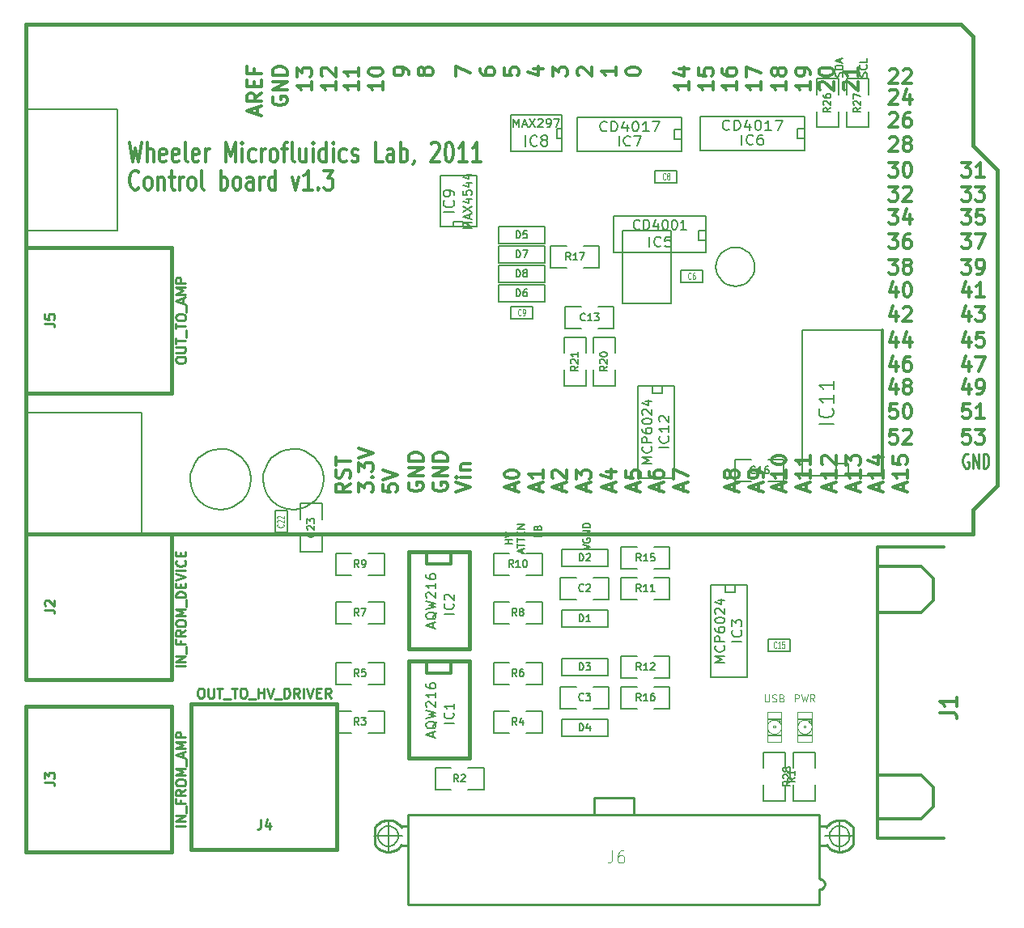
<source format=gto>
G04 (created by PCBNEW-RS274X (2011-11-27 BZR 3249)-stable) date 15/05/2012 4:09:25 PM*
G01*
G70*
G90*
%MOIN*%
G04 Gerber Fmt 3.4, Leading zero omitted, Abs format*
%FSLAX34Y34*%
G04 APERTURE LIST*
%ADD10C,0.006000*%
%ADD11C,0.007500*%
%ADD12C,0.012000*%
%ADD13C,0.015000*%
%ADD14C,0.005000*%
%ADD15C,0.002600*%
%ADD16C,0.004000*%
%ADD17C,0.008000*%
%ADD18C,0.010000*%
%ADD19C,0.004500*%
%ADD20C,0.003500*%
G04 APERTURE END LIST*
G54D10*
G54D11*
X32071Y-29906D02*
X32371Y-29806D01*
X32071Y-29706D01*
X32086Y-29449D02*
X32071Y-29478D01*
X32071Y-29521D01*
X32086Y-29564D01*
X32114Y-29592D01*
X32143Y-29607D01*
X32200Y-29621D01*
X32243Y-29621D01*
X32300Y-29607D01*
X32329Y-29592D01*
X32357Y-29564D01*
X32371Y-29521D01*
X32371Y-29492D01*
X32357Y-29449D01*
X32343Y-29435D01*
X32243Y-29435D01*
X32243Y-29492D01*
X32371Y-29307D02*
X32071Y-29307D01*
X32371Y-29135D01*
X32071Y-29135D01*
X32371Y-28993D02*
X32071Y-28993D01*
X32071Y-28921D01*
X32086Y-28878D01*
X32114Y-28850D01*
X32143Y-28835D01*
X32200Y-28821D01*
X32243Y-28821D01*
X32300Y-28835D01*
X32329Y-28850D01*
X32357Y-28878D01*
X32371Y-28921D01*
X32371Y-28993D01*
X30214Y-29257D02*
X30214Y-29357D01*
X30371Y-29357D02*
X30071Y-29357D01*
X30071Y-29214D01*
X30214Y-29000D02*
X30229Y-28957D01*
X30243Y-28942D01*
X30271Y-28928D01*
X30314Y-28928D01*
X30343Y-28942D01*
X30357Y-28957D01*
X30371Y-28985D01*
X30371Y-29100D01*
X30071Y-29100D01*
X30071Y-29000D01*
X30086Y-28971D01*
X30100Y-28957D01*
X30129Y-28942D01*
X30157Y-28942D01*
X30186Y-28957D01*
X30200Y-28971D01*
X30214Y-29000D01*
X30214Y-29100D01*
X29171Y-29664D02*
X28871Y-29664D01*
X29014Y-29664D02*
X29014Y-29492D01*
X29171Y-29492D02*
X28871Y-29492D01*
X28871Y-29392D02*
X29171Y-29292D01*
X28871Y-29192D01*
X29581Y-30043D02*
X29581Y-29900D01*
X29666Y-30071D02*
X29366Y-29971D01*
X29666Y-29871D01*
X29366Y-29814D02*
X29366Y-29643D01*
X29666Y-29729D02*
X29366Y-29729D01*
X29366Y-29585D02*
X29366Y-29414D01*
X29666Y-29500D02*
X29366Y-29500D01*
X29509Y-29314D02*
X29509Y-29214D01*
X29666Y-29171D02*
X29666Y-29314D01*
X29366Y-29314D01*
X29366Y-29171D01*
X29666Y-29043D02*
X29366Y-29043D01*
X29666Y-28871D01*
X29366Y-28871D01*
X43757Y-10407D02*
X43771Y-10364D01*
X43771Y-10293D01*
X43757Y-10264D01*
X43743Y-10250D01*
X43714Y-10235D01*
X43686Y-10235D01*
X43657Y-10250D01*
X43643Y-10264D01*
X43629Y-10293D01*
X43614Y-10350D01*
X43600Y-10378D01*
X43586Y-10393D01*
X43557Y-10407D01*
X43529Y-10407D01*
X43500Y-10393D01*
X43486Y-10378D01*
X43471Y-10350D01*
X43471Y-10278D01*
X43486Y-10235D01*
X43743Y-09935D02*
X43757Y-09949D01*
X43771Y-09992D01*
X43771Y-10021D01*
X43757Y-10064D01*
X43729Y-10092D01*
X43700Y-10107D01*
X43643Y-10121D01*
X43600Y-10121D01*
X43543Y-10107D01*
X43514Y-10092D01*
X43486Y-10064D01*
X43471Y-10021D01*
X43471Y-09992D01*
X43486Y-09949D01*
X43500Y-09935D01*
X43771Y-09664D02*
X43771Y-09807D01*
X43471Y-09807D01*
X42757Y-10414D02*
X42771Y-10371D01*
X42771Y-10300D01*
X42757Y-10271D01*
X42743Y-10257D01*
X42714Y-10242D01*
X42686Y-10242D01*
X42657Y-10257D01*
X42643Y-10271D01*
X42629Y-10300D01*
X42614Y-10357D01*
X42600Y-10385D01*
X42586Y-10400D01*
X42557Y-10414D01*
X42529Y-10414D01*
X42500Y-10400D01*
X42486Y-10385D01*
X42471Y-10357D01*
X42471Y-10285D01*
X42486Y-10242D01*
X42771Y-10114D02*
X42471Y-10114D01*
X42471Y-10042D01*
X42486Y-09999D01*
X42514Y-09971D01*
X42543Y-09956D01*
X42600Y-09942D01*
X42643Y-09942D01*
X42700Y-09956D01*
X42729Y-09971D01*
X42757Y-09999D01*
X42771Y-10042D01*
X42771Y-10114D01*
X42686Y-09828D02*
X42686Y-09685D01*
X42771Y-09856D02*
X42471Y-09756D01*
X42771Y-09656D01*
G54D12*
X13787Y-14998D02*
X13758Y-15036D01*
X13672Y-15074D01*
X13615Y-15074D01*
X13530Y-15036D01*
X13472Y-14960D01*
X13444Y-14883D01*
X13415Y-14731D01*
X13415Y-14617D01*
X13444Y-14464D01*
X13472Y-14388D01*
X13530Y-14312D01*
X13615Y-14274D01*
X13672Y-14274D01*
X13758Y-14312D01*
X13787Y-14350D01*
X14130Y-15074D02*
X14072Y-15036D01*
X14044Y-14998D01*
X14015Y-14921D01*
X14015Y-14693D01*
X14044Y-14617D01*
X14072Y-14579D01*
X14130Y-14540D01*
X14215Y-14540D01*
X14272Y-14579D01*
X14301Y-14617D01*
X14330Y-14693D01*
X14330Y-14921D01*
X14301Y-14998D01*
X14272Y-15036D01*
X14215Y-15074D01*
X14130Y-15074D01*
X14587Y-14540D02*
X14587Y-15074D01*
X14587Y-14617D02*
X14615Y-14579D01*
X14673Y-14540D01*
X14758Y-14540D01*
X14815Y-14579D01*
X14844Y-14655D01*
X14844Y-15074D01*
X15044Y-14540D02*
X15273Y-14540D01*
X15130Y-14274D02*
X15130Y-14960D01*
X15158Y-15036D01*
X15216Y-15074D01*
X15273Y-15074D01*
X15473Y-15074D02*
X15473Y-14540D01*
X15473Y-14693D02*
X15501Y-14617D01*
X15530Y-14579D01*
X15587Y-14540D01*
X15644Y-14540D01*
X15930Y-15074D02*
X15872Y-15036D01*
X15844Y-14998D01*
X15815Y-14921D01*
X15815Y-14693D01*
X15844Y-14617D01*
X15872Y-14579D01*
X15930Y-14540D01*
X16015Y-14540D01*
X16072Y-14579D01*
X16101Y-14617D01*
X16130Y-14693D01*
X16130Y-14921D01*
X16101Y-14998D01*
X16072Y-15036D01*
X16015Y-15074D01*
X15930Y-15074D01*
X16473Y-15074D02*
X16415Y-15036D01*
X16387Y-14960D01*
X16387Y-14274D01*
X17158Y-15074D02*
X17158Y-14274D01*
X17158Y-14579D02*
X17215Y-14540D01*
X17329Y-14540D01*
X17386Y-14579D01*
X17415Y-14617D01*
X17444Y-14693D01*
X17444Y-14921D01*
X17415Y-14998D01*
X17386Y-15036D01*
X17329Y-15074D01*
X17215Y-15074D01*
X17158Y-15036D01*
X17787Y-15074D02*
X17729Y-15036D01*
X17701Y-14998D01*
X17672Y-14921D01*
X17672Y-14693D01*
X17701Y-14617D01*
X17729Y-14579D01*
X17787Y-14540D01*
X17872Y-14540D01*
X17929Y-14579D01*
X17958Y-14617D01*
X17987Y-14693D01*
X17987Y-14921D01*
X17958Y-14998D01*
X17929Y-15036D01*
X17872Y-15074D01*
X17787Y-15074D01*
X18501Y-15074D02*
X18501Y-14655D01*
X18472Y-14579D01*
X18415Y-14540D01*
X18301Y-14540D01*
X18244Y-14579D01*
X18501Y-15036D02*
X18444Y-15074D01*
X18301Y-15074D01*
X18244Y-15036D01*
X18215Y-14960D01*
X18215Y-14883D01*
X18244Y-14807D01*
X18301Y-14769D01*
X18444Y-14769D01*
X18501Y-14731D01*
X18787Y-15074D02*
X18787Y-14540D01*
X18787Y-14693D02*
X18815Y-14617D01*
X18844Y-14579D01*
X18901Y-14540D01*
X18958Y-14540D01*
X19415Y-15074D02*
X19415Y-14274D01*
X19415Y-15036D02*
X19358Y-15074D01*
X19244Y-15074D01*
X19186Y-15036D01*
X19158Y-14998D01*
X19129Y-14921D01*
X19129Y-14693D01*
X19158Y-14617D01*
X19186Y-14579D01*
X19244Y-14540D01*
X19358Y-14540D01*
X19415Y-14579D01*
X20101Y-14540D02*
X20244Y-15074D01*
X20386Y-14540D01*
X20929Y-15074D02*
X20586Y-15074D01*
X20758Y-15074D02*
X20758Y-14274D01*
X20701Y-14388D01*
X20643Y-14464D01*
X20586Y-14502D01*
X21186Y-14998D02*
X21214Y-15036D01*
X21186Y-15074D01*
X21157Y-15036D01*
X21186Y-14998D01*
X21186Y-15074D01*
X21415Y-14274D02*
X21786Y-14274D01*
X21586Y-14579D01*
X21672Y-14579D01*
X21729Y-14617D01*
X21758Y-14655D01*
X21786Y-14731D01*
X21786Y-14921D01*
X21758Y-14998D01*
X21729Y-15036D01*
X21672Y-15074D01*
X21500Y-15074D01*
X21443Y-15036D01*
X21415Y-14998D01*
X13394Y-13124D02*
X13537Y-13924D01*
X13651Y-13352D01*
X13765Y-13924D01*
X13908Y-13124D01*
X14137Y-13924D02*
X14137Y-13124D01*
X14394Y-13924D02*
X14394Y-13505D01*
X14365Y-13429D01*
X14308Y-13390D01*
X14223Y-13390D01*
X14165Y-13429D01*
X14137Y-13467D01*
X14908Y-13886D02*
X14851Y-13924D01*
X14737Y-13924D01*
X14680Y-13886D01*
X14651Y-13810D01*
X14651Y-13505D01*
X14680Y-13429D01*
X14737Y-13390D01*
X14851Y-13390D01*
X14908Y-13429D01*
X14937Y-13505D01*
X14937Y-13581D01*
X14651Y-13657D01*
X15422Y-13886D02*
X15365Y-13924D01*
X15251Y-13924D01*
X15194Y-13886D01*
X15165Y-13810D01*
X15165Y-13505D01*
X15194Y-13429D01*
X15251Y-13390D01*
X15365Y-13390D01*
X15422Y-13429D01*
X15451Y-13505D01*
X15451Y-13581D01*
X15165Y-13657D01*
X15794Y-13924D02*
X15736Y-13886D01*
X15708Y-13810D01*
X15708Y-13124D01*
X16250Y-13886D02*
X16193Y-13924D01*
X16079Y-13924D01*
X16022Y-13886D01*
X15993Y-13810D01*
X15993Y-13505D01*
X16022Y-13429D01*
X16079Y-13390D01*
X16193Y-13390D01*
X16250Y-13429D01*
X16279Y-13505D01*
X16279Y-13581D01*
X15993Y-13657D01*
X16536Y-13924D02*
X16536Y-13390D01*
X16536Y-13543D02*
X16564Y-13467D01*
X16593Y-13429D01*
X16650Y-13390D01*
X16707Y-13390D01*
X17364Y-13924D02*
X17364Y-13124D01*
X17564Y-13695D01*
X17764Y-13124D01*
X17764Y-13924D01*
X18050Y-13924D02*
X18050Y-13390D01*
X18050Y-13124D02*
X18021Y-13162D01*
X18050Y-13200D01*
X18078Y-13162D01*
X18050Y-13124D01*
X18050Y-13200D01*
X18593Y-13886D02*
X18536Y-13924D01*
X18422Y-13924D01*
X18364Y-13886D01*
X18336Y-13848D01*
X18307Y-13771D01*
X18307Y-13543D01*
X18336Y-13467D01*
X18364Y-13429D01*
X18422Y-13390D01*
X18536Y-13390D01*
X18593Y-13429D01*
X18850Y-13924D02*
X18850Y-13390D01*
X18850Y-13543D02*
X18878Y-13467D01*
X18907Y-13429D01*
X18964Y-13390D01*
X19021Y-13390D01*
X19307Y-13924D02*
X19249Y-13886D01*
X19221Y-13848D01*
X19192Y-13771D01*
X19192Y-13543D01*
X19221Y-13467D01*
X19249Y-13429D01*
X19307Y-13390D01*
X19392Y-13390D01*
X19449Y-13429D01*
X19478Y-13467D01*
X19507Y-13543D01*
X19507Y-13771D01*
X19478Y-13848D01*
X19449Y-13886D01*
X19392Y-13924D01*
X19307Y-13924D01*
X19678Y-13390D02*
X19907Y-13390D01*
X19764Y-13924D02*
X19764Y-13238D01*
X19792Y-13162D01*
X19850Y-13124D01*
X19907Y-13124D01*
X20193Y-13924D02*
X20135Y-13886D01*
X20107Y-13810D01*
X20107Y-13124D01*
X20678Y-13390D02*
X20678Y-13924D01*
X20421Y-13390D02*
X20421Y-13810D01*
X20449Y-13886D01*
X20507Y-13924D01*
X20592Y-13924D01*
X20649Y-13886D01*
X20678Y-13848D01*
X20964Y-13924D02*
X20964Y-13390D01*
X20964Y-13124D02*
X20935Y-13162D01*
X20964Y-13200D01*
X20992Y-13162D01*
X20964Y-13124D01*
X20964Y-13200D01*
X21507Y-13924D02*
X21507Y-13124D01*
X21507Y-13886D02*
X21450Y-13924D01*
X21336Y-13924D01*
X21278Y-13886D01*
X21250Y-13848D01*
X21221Y-13771D01*
X21221Y-13543D01*
X21250Y-13467D01*
X21278Y-13429D01*
X21336Y-13390D01*
X21450Y-13390D01*
X21507Y-13429D01*
X21793Y-13924D02*
X21793Y-13390D01*
X21793Y-13124D02*
X21764Y-13162D01*
X21793Y-13200D01*
X21821Y-13162D01*
X21793Y-13124D01*
X21793Y-13200D01*
X22336Y-13886D02*
X22279Y-13924D01*
X22165Y-13924D01*
X22107Y-13886D01*
X22079Y-13848D01*
X22050Y-13771D01*
X22050Y-13543D01*
X22079Y-13467D01*
X22107Y-13429D01*
X22165Y-13390D01*
X22279Y-13390D01*
X22336Y-13429D01*
X22564Y-13886D02*
X22621Y-13924D01*
X22736Y-13924D01*
X22793Y-13886D01*
X22821Y-13810D01*
X22821Y-13771D01*
X22793Y-13695D01*
X22736Y-13657D01*
X22650Y-13657D01*
X22593Y-13619D01*
X22564Y-13543D01*
X22564Y-13505D01*
X22593Y-13429D01*
X22650Y-13390D01*
X22736Y-13390D01*
X22793Y-13429D01*
X23822Y-13924D02*
X23536Y-13924D01*
X23536Y-13124D01*
X24279Y-13924D02*
X24279Y-13505D01*
X24250Y-13429D01*
X24193Y-13390D01*
X24079Y-13390D01*
X24022Y-13429D01*
X24279Y-13886D02*
X24222Y-13924D01*
X24079Y-13924D01*
X24022Y-13886D01*
X23993Y-13810D01*
X23993Y-13733D01*
X24022Y-13657D01*
X24079Y-13619D01*
X24222Y-13619D01*
X24279Y-13581D01*
X24565Y-13924D02*
X24565Y-13124D01*
X24565Y-13429D02*
X24622Y-13390D01*
X24736Y-13390D01*
X24793Y-13429D01*
X24822Y-13467D01*
X24851Y-13543D01*
X24851Y-13771D01*
X24822Y-13848D01*
X24793Y-13886D01*
X24736Y-13924D01*
X24622Y-13924D01*
X24565Y-13886D01*
X25136Y-13886D02*
X25136Y-13924D01*
X25108Y-14000D01*
X25079Y-14038D01*
X25822Y-13200D02*
X25851Y-13162D01*
X25908Y-13124D01*
X26051Y-13124D01*
X26108Y-13162D01*
X26137Y-13200D01*
X26165Y-13276D01*
X26165Y-13352D01*
X26137Y-13467D01*
X25794Y-13924D01*
X26165Y-13924D01*
X26536Y-13124D02*
X26593Y-13124D01*
X26650Y-13162D01*
X26679Y-13200D01*
X26708Y-13276D01*
X26736Y-13429D01*
X26736Y-13619D01*
X26708Y-13771D01*
X26679Y-13848D01*
X26650Y-13886D01*
X26593Y-13924D01*
X26536Y-13924D01*
X26479Y-13886D01*
X26450Y-13848D01*
X26422Y-13771D01*
X26393Y-13619D01*
X26393Y-13429D01*
X26422Y-13276D01*
X26450Y-13200D01*
X26479Y-13162D01*
X26536Y-13124D01*
X27307Y-13924D02*
X26964Y-13924D01*
X27136Y-13924D02*
X27136Y-13124D01*
X27079Y-13238D01*
X27021Y-13314D01*
X26964Y-13352D01*
X27878Y-13924D02*
X27535Y-13924D01*
X27707Y-13924D02*
X27707Y-13124D01*
X27650Y-13238D01*
X27592Y-13314D01*
X27535Y-13352D01*
X44200Y-39200D02*
X46000Y-39200D01*
X46000Y-39200D02*
X46500Y-39700D01*
X46500Y-39700D02*
X46500Y-40500D01*
X46500Y-40500D02*
X46000Y-41000D01*
X46000Y-41000D02*
X44200Y-41000D01*
X44200Y-30600D02*
X46000Y-30600D01*
X46000Y-30600D02*
X46500Y-31100D01*
X46500Y-31100D02*
X46500Y-32000D01*
X46500Y-32000D02*
X46000Y-32500D01*
X46000Y-32500D02*
X44200Y-32500D01*
X44200Y-29800D02*
X46950Y-29800D01*
X44200Y-29800D02*
X44200Y-41800D01*
X44200Y-41800D02*
X46950Y-41800D01*
G54D13*
X15150Y-35250D02*
X15150Y-29250D01*
X15150Y-29250D02*
X09150Y-29250D01*
X09150Y-29250D02*
X09150Y-35250D01*
X09150Y-35250D02*
X15150Y-35250D01*
G54D14*
X37000Y-18900D02*
X36100Y-18900D01*
X36100Y-18900D02*
X36100Y-18400D01*
X36100Y-18400D02*
X37000Y-18400D01*
X37000Y-18400D02*
X37000Y-18900D01*
X35950Y-14800D02*
X35050Y-14800D01*
X35050Y-14800D02*
X35050Y-14300D01*
X35050Y-14300D02*
X35950Y-14300D01*
X35950Y-14300D02*
X35950Y-14800D01*
X35650Y-31950D02*
X35650Y-31050D01*
X35650Y-31050D02*
X35000Y-31050D01*
X34300Y-31950D02*
X33650Y-31950D01*
X33650Y-31950D02*
X33650Y-31050D01*
X33650Y-31050D02*
X34300Y-31050D01*
X35000Y-31950D02*
X35650Y-31950D01*
X28400Y-30050D02*
X28400Y-30950D01*
X28400Y-30950D02*
X29050Y-30950D01*
X29750Y-30050D02*
X30400Y-30050D01*
X30400Y-30050D02*
X30400Y-30950D01*
X30400Y-30950D02*
X29750Y-30950D01*
X29050Y-30050D02*
X28400Y-30050D01*
X21900Y-30050D02*
X21900Y-30950D01*
X21900Y-30950D02*
X22550Y-30950D01*
X23250Y-30050D02*
X23900Y-30050D01*
X23900Y-30050D02*
X23900Y-30950D01*
X23900Y-30950D02*
X23250Y-30950D01*
X22550Y-30050D02*
X21900Y-30050D01*
X28400Y-32050D02*
X28400Y-32950D01*
X28400Y-32950D02*
X29050Y-32950D01*
X29750Y-32050D02*
X30400Y-32050D01*
X30400Y-32050D02*
X30400Y-32950D01*
X30400Y-32950D02*
X29750Y-32950D01*
X29050Y-32050D02*
X28400Y-32050D01*
X21900Y-32050D02*
X21900Y-32950D01*
X21900Y-32950D02*
X22550Y-32950D01*
X23250Y-32050D02*
X23900Y-32050D01*
X23900Y-32050D02*
X23900Y-32950D01*
X23900Y-32950D02*
X23250Y-32950D01*
X22550Y-32050D02*
X21900Y-32050D01*
X28400Y-34550D02*
X28400Y-35450D01*
X28400Y-35450D02*
X29050Y-35450D01*
X29750Y-34550D02*
X30400Y-34550D01*
X30400Y-34550D02*
X30400Y-35450D01*
X30400Y-35450D02*
X29750Y-35450D01*
X29050Y-34550D02*
X28400Y-34550D01*
X21900Y-34550D02*
X21900Y-35450D01*
X21900Y-35450D02*
X22550Y-35450D01*
X23250Y-34550D02*
X23900Y-34550D01*
X23900Y-34550D02*
X23900Y-35450D01*
X23900Y-35450D02*
X23250Y-35450D01*
X22550Y-34550D02*
X21900Y-34550D01*
X28400Y-36550D02*
X28400Y-37450D01*
X28400Y-37450D02*
X29050Y-37450D01*
X29750Y-36550D02*
X30400Y-36550D01*
X30400Y-36550D02*
X30400Y-37450D01*
X30400Y-37450D02*
X29750Y-37450D01*
X29050Y-36550D02*
X28400Y-36550D01*
X35650Y-35200D02*
X35650Y-34300D01*
X35650Y-34300D02*
X35000Y-34300D01*
X34300Y-35200D02*
X33650Y-35200D01*
X33650Y-35200D02*
X33650Y-34300D01*
X33650Y-34300D02*
X34300Y-34300D01*
X35000Y-35200D02*
X35650Y-35200D01*
X28000Y-39800D02*
X28000Y-38900D01*
X28000Y-38900D02*
X27350Y-38900D01*
X26650Y-39800D02*
X26000Y-39800D01*
X26000Y-39800D02*
X26000Y-38900D01*
X26000Y-38900D02*
X26650Y-38900D01*
X27350Y-39800D02*
X28000Y-39800D01*
X39500Y-40250D02*
X40400Y-40250D01*
X40400Y-40250D02*
X40400Y-39600D01*
X39500Y-38900D02*
X39500Y-38250D01*
X39500Y-38250D02*
X40400Y-38250D01*
X40400Y-38250D02*
X40400Y-38900D01*
X39500Y-39600D02*
X39500Y-40250D01*
X33400Y-21150D02*
X32500Y-21150D01*
X32500Y-21150D02*
X32500Y-21800D01*
X33400Y-22500D02*
X33400Y-23150D01*
X33400Y-23150D02*
X32500Y-23150D01*
X32500Y-23150D02*
X32500Y-22500D01*
X33400Y-21800D02*
X33400Y-21150D01*
X42600Y-10500D02*
X41700Y-10500D01*
X41700Y-10500D02*
X41700Y-11150D01*
X42600Y-11850D02*
X42600Y-12500D01*
X42600Y-12500D02*
X41700Y-12500D01*
X41700Y-12500D02*
X41700Y-11850D01*
X42600Y-11150D02*
X42600Y-10500D01*
X33650Y-29800D02*
X33650Y-30700D01*
X33650Y-30700D02*
X34300Y-30700D01*
X35000Y-29800D02*
X35650Y-29800D01*
X35650Y-29800D02*
X35650Y-30700D01*
X35650Y-30700D02*
X35000Y-30700D01*
X34300Y-29800D02*
X33650Y-29800D01*
X35650Y-36450D02*
X35650Y-35550D01*
X35650Y-35550D02*
X35000Y-35550D01*
X34300Y-36450D02*
X33650Y-36450D01*
X33650Y-36450D02*
X33650Y-35550D01*
X33650Y-35550D02*
X34300Y-35550D01*
X35000Y-36450D02*
X35650Y-36450D01*
X32750Y-18300D02*
X32750Y-17400D01*
X32750Y-17400D02*
X32100Y-17400D01*
X31400Y-18300D02*
X30750Y-18300D01*
X30750Y-18300D02*
X30750Y-17400D01*
X30750Y-17400D02*
X31400Y-17400D01*
X32100Y-18300D02*
X32750Y-18300D01*
X21900Y-36550D02*
X21900Y-37450D01*
X21900Y-37450D02*
X22550Y-37450D01*
X23250Y-36550D02*
X23900Y-36550D01*
X23900Y-36550D02*
X23900Y-37450D01*
X23900Y-37450D02*
X23250Y-37450D01*
X22550Y-36550D02*
X21900Y-36550D01*
X31350Y-19900D02*
X31350Y-20800D01*
X31350Y-20800D02*
X32000Y-20800D01*
X32700Y-19900D02*
X33350Y-19900D01*
X33350Y-19900D02*
X33350Y-20800D01*
X33350Y-20800D02*
X32700Y-20800D01*
X32000Y-19900D02*
X31350Y-19900D01*
X27650Y-16600D02*
X27700Y-16600D01*
X27700Y-16600D02*
X27700Y-14500D01*
X26200Y-14500D02*
X26200Y-16600D01*
X26200Y-16600D02*
X27650Y-16600D01*
X26750Y-16600D02*
X26750Y-16400D01*
X26750Y-16400D02*
X27150Y-16400D01*
X27150Y-16400D02*
X27150Y-16600D01*
X26200Y-14500D02*
X27700Y-14500D01*
X32200Y-21150D02*
X31300Y-21150D01*
X31300Y-21150D02*
X31300Y-21800D01*
X32200Y-22500D02*
X32200Y-23150D01*
X32200Y-23150D02*
X31300Y-23150D01*
X31300Y-23150D02*
X31300Y-22500D01*
X32200Y-21800D02*
X32200Y-21150D01*
G54D13*
X15150Y-42350D02*
X15150Y-36350D01*
X15150Y-36350D02*
X09150Y-36350D01*
X09150Y-36350D02*
X09150Y-42350D01*
X09150Y-42350D02*
X15150Y-42350D01*
G54D15*
X39989Y-37239D02*
X39989Y-37161D01*
X39989Y-37161D02*
X39911Y-37161D01*
X39911Y-37239D02*
X39911Y-37161D01*
X39989Y-37239D02*
X39911Y-37239D01*
X40225Y-37023D02*
X40225Y-36886D01*
X40225Y-36886D02*
X40127Y-36886D01*
X40127Y-37023D02*
X40127Y-36886D01*
X40225Y-37023D02*
X40127Y-37023D01*
X40225Y-36886D02*
X40225Y-36846D01*
X40225Y-36846D02*
X39754Y-36846D01*
X39754Y-36886D02*
X39754Y-36846D01*
X40225Y-36886D02*
X39754Y-36886D01*
X39734Y-36886D02*
X39734Y-36846D01*
X39734Y-36846D02*
X39675Y-36846D01*
X39675Y-36886D02*
X39675Y-36846D01*
X39734Y-36886D02*
X39675Y-36886D01*
X40225Y-37554D02*
X40225Y-37514D01*
X40225Y-37514D02*
X39754Y-37514D01*
X39754Y-37554D02*
X39754Y-37514D01*
X40225Y-37554D02*
X39754Y-37554D01*
X39734Y-37554D02*
X39734Y-37514D01*
X39734Y-37514D02*
X39675Y-37514D01*
X39675Y-37554D02*
X39675Y-37514D01*
X39734Y-37554D02*
X39675Y-37554D01*
X40225Y-37023D02*
X40225Y-36964D01*
X40225Y-36964D02*
X40127Y-36964D01*
X40127Y-37023D02*
X40127Y-36964D01*
X40225Y-37023D02*
X40127Y-37023D01*
G54D16*
X40245Y-36590D02*
X40245Y-37810D01*
X40245Y-37810D02*
X39655Y-37810D01*
X39655Y-37810D02*
X39655Y-36590D01*
X39655Y-36590D02*
X40245Y-36590D01*
X40146Y-37414D02*
X40164Y-37396D01*
X40180Y-37377D01*
X40195Y-37356D01*
X40207Y-37334D01*
X40218Y-37311D01*
X40227Y-37287D01*
X40233Y-37263D01*
X40238Y-37238D01*
X40240Y-37213D01*
X40240Y-37188D01*
X40238Y-37163D01*
X40234Y-37138D01*
X40227Y-37113D01*
X40219Y-37090D01*
X40208Y-37067D01*
X40195Y-37045D01*
X40181Y-37024D01*
X40164Y-37004D01*
X40146Y-36986D01*
X40145Y-36985D01*
X39755Y-37415D02*
X39774Y-37431D01*
X39795Y-37445D01*
X39817Y-37458D01*
X39840Y-37469D01*
X39864Y-37477D01*
X39889Y-37484D01*
X39914Y-37488D01*
X39939Y-37490D01*
X39963Y-37490D01*
X39988Y-37488D01*
X40013Y-37483D01*
X40038Y-37477D01*
X40062Y-37468D01*
X40085Y-37457D01*
X40107Y-37444D01*
X40127Y-37430D01*
X40145Y-37415D01*
X39754Y-36986D02*
X39736Y-37004D01*
X39720Y-37023D01*
X39705Y-37044D01*
X39693Y-37066D01*
X39682Y-37089D01*
X39673Y-37113D01*
X39667Y-37137D01*
X39662Y-37162D01*
X39660Y-37187D01*
X39660Y-37212D01*
X39662Y-37237D01*
X39666Y-37262D01*
X39673Y-37287D01*
X39681Y-37310D01*
X39692Y-37333D01*
X39705Y-37355D01*
X39719Y-37376D01*
X39736Y-37396D01*
X39754Y-37414D01*
X39755Y-37415D01*
X40145Y-36985D02*
X40126Y-36969D01*
X40105Y-36955D01*
X40083Y-36942D01*
X40060Y-36931D01*
X40036Y-36923D01*
X40011Y-36916D01*
X39986Y-36912D01*
X39961Y-36910D01*
X39937Y-36910D01*
X39912Y-36912D01*
X39887Y-36917D01*
X39862Y-36923D01*
X39838Y-36932D01*
X39815Y-36943D01*
X39793Y-36956D01*
X39773Y-36970D01*
X39755Y-36985D01*
G54D14*
X39700Y-33600D02*
X40600Y-33600D01*
X40600Y-33600D02*
X40600Y-34100D01*
X40600Y-34100D02*
X39700Y-34100D01*
X39700Y-34100D02*
X39700Y-33600D01*
X43850Y-10500D02*
X42950Y-10500D01*
X42950Y-10500D02*
X42950Y-11150D01*
X43850Y-11850D02*
X43850Y-12500D01*
X43850Y-12500D02*
X42950Y-12500D01*
X42950Y-12500D02*
X42950Y-11850D01*
X43850Y-11150D02*
X43850Y-10500D01*
X38350Y-26200D02*
X38350Y-27100D01*
X38350Y-27100D02*
X39000Y-27100D01*
X39700Y-26200D02*
X40350Y-26200D01*
X40350Y-26200D02*
X40350Y-27100D01*
X40350Y-27100D02*
X39700Y-27100D01*
X39000Y-26200D02*
X38350Y-26200D01*
G54D17*
X35850Y-23150D02*
X35850Y-26950D01*
X35850Y-26950D02*
X34350Y-26950D01*
X34350Y-26950D02*
X34350Y-23150D01*
X34350Y-23150D02*
X35850Y-23150D01*
X35350Y-23150D02*
X35350Y-23450D01*
X35350Y-23450D02*
X34950Y-23450D01*
X34950Y-23450D02*
X34950Y-23150D01*
X41100Y-20850D02*
X41100Y-26850D01*
X41100Y-26850D02*
X44400Y-26850D01*
X42500Y-26850D02*
X42500Y-26350D01*
X42500Y-26350D02*
X43000Y-26350D01*
X43000Y-26350D02*
X43000Y-26850D01*
X44400Y-20850D02*
X41100Y-20850D01*
G54D12*
X44400Y-26850D02*
X44400Y-20850D01*
G54D14*
X33150Y-31950D02*
X33150Y-31050D01*
X33150Y-31050D02*
X32500Y-31050D01*
X31800Y-31950D02*
X31150Y-31950D01*
X31150Y-31950D02*
X31150Y-31050D01*
X31150Y-31050D02*
X31800Y-31050D01*
X32500Y-31950D02*
X33150Y-31950D01*
X33150Y-36450D02*
X33150Y-35550D01*
X33150Y-35550D02*
X32500Y-35550D01*
X31800Y-36450D02*
X31150Y-36450D01*
X31150Y-36450D02*
X31150Y-35550D01*
X31150Y-35550D02*
X31800Y-35550D01*
X32500Y-36450D02*
X33150Y-36450D01*
X30000Y-20400D02*
X29100Y-20400D01*
X29100Y-20400D02*
X29100Y-19900D01*
X29100Y-19900D02*
X30000Y-19900D01*
X30000Y-19900D02*
X30000Y-20400D01*
G54D13*
X27400Y-34500D02*
X24900Y-34500D01*
X24900Y-34500D02*
X24900Y-38500D01*
X24900Y-38500D02*
X27400Y-38500D01*
X27400Y-38500D02*
X27400Y-34500D01*
G54D12*
X26650Y-34500D02*
X26650Y-35000D01*
X26650Y-35000D02*
X25650Y-35000D01*
X25650Y-35000D02*
X25650Y-34500D01*
G54D13*
X27400Y-30000D02*
X24900Y-30000D01*
X24900Y-30000D02*
X24900Y-34000D01*
X24900Y-34000D02*
X27400Y-34000D01*
X27400Y-34000D02*
X27400Y-30000D01*
G54D12*
X26650Y-30000D02*
X26650Y-30500D01*
X26650Y-30500D02*
X25650Y-30500D01*
X25650Y-30500D02*
X25650Y-30000D01*
G54D17*
X38850Y-31350D02*
X38850Y-35150D01*
X38850Y-35150D02*
X37350Y-35150D01*
X37350Y-35150D02*
X37350Y-31350D01*
X37350Y-31350D02*
X38850Y-31350D01*
X38350Y-31350D02*
X38350Y-31650D01*
X38350Y-31650D02*
X37950Y-31650D01*
X37950Y-31650D02*
X37950Y-31350D01*
X37150Y-17650D02*
X33350Y-17650D01*
X33350Y-17650D02*
X33350Y-16150D01*
X33350Y-16150D02*
X37150Y-16150D01*
X37150Y-16150D02*
X37150Y-17650D01*
X37150Y-17150D02*
X36850Y-17150D01*
X36850Y-17150D02*
X36850Y-16750D01*
X36850Y-16750D02*
X37150Y-16750D01*
X41200Y-13450D02*
X36900Y-13450D01*
X36900Y-13450D02*
X36900Y-12050D01*
X36900Y-12050D02*
X41200Y-12050D01*
X41200Y-12050D02*
X41200Y-13450D01*
X41200Y-12950D02*
X40900Y-12950D01*
X40900Y-12950D02*
X40900Y-12550D01*
X40900Y-12550D02*
X41200Y-12550D01*
X36150Y-13500D02*
X31850Y-13500D01*
X31850Y-13500D02*
X31850Y-12100D01*
X31850Y-12100D02*
X36150Y-12100D01*
X36150Y-12100D02*
X36150Y-13500D01*
X36150Y-13000D02*
X35850Y-13000D01*
X35850Y-13000D02*
X35850Y-12600D01*
X35850Y-12600D02*
X36150Y-12600D01*
G54D14*
X31200Y-12050D02*
X31200Y-12000D01*
X31200Y-12000D02*
X29100Y-12000D01*
X29100Y-13500D02*
X31200Y-13500D01*
X31200Y-13500D02*
X31200Y-12050D01*
X31200Y-12950D02*
X31000Y-12950D01*
X31000Y-12950D02*
X31000Y-12550D01*
X31000Y-12550D02*
X31200Y-12550D01*
X29100Y-13500D02*
X29100Y-12000D01*
G54D13*
X15150Y-23450D02*
X15150Y-17450D01*
X15150Y-17450D02*
X09150Y-17450D01*
X09150Y-17450D02*
X09150Y-23450D01*
X09150Y-23450D02*
X15150Y-23450D01*
X21950Y-36250D02*
X15950Y-36250D01*
X15950Y-36250D02*
X15950Y-42250D01*
X15950Y-42250D02*
X21950Y-42250D01*
X21950Y-42250D02*
X21950Y-36250D01*
G54D14*
X21350Y-28000D02*
X20450Y-28000D01*
X20450Y-28000D02*
X20450Y-28650D01*
X21350Y-29350D02*
X21350Y-30000D01*
X21350Y-30000D02*
X20450Y-30000D01*
X20450Y-30000D02*
X20450Y-29350D01*
X21350Y-28650D02*
X21350Y-28000D01*
X19900Y-28300D02*
X19900Y-29200D01*
X19900Y-29200D02*
X19400Y-29200D01*
X19400Y-29200D02*
X19400Y-28300D01*
X19400Y-28300D02*
X19900Y-28300D01*
X33100Y-33100D02*
X31200Y-33100D01*
X31200Y-33100D02*
X31200Y-32400D01*
X31200Y-32400D02*
X33100Y-32400D01*
X33100Y-32400D02*
X33100Y-33100D01*
X31200Y-29900D02*
X33100Y-29900D01*
X33100Y-29900D02*
X33100Y-30600D01*
X33100Y-30600D02*
X31200Y-30600D01*
X31200Y-30600D02*
X31200Y-29900D01*
X33100Y-35100D02*
X31200Y-35100D01*
X31200Y-35100D02*
X31200Y-34400D01*
X31200Y-34400D02*
X33100Y-34400D01*
X33100Y-34400D02*
X33100Y-35100D01*
X31200Y-36900D02*
X33100Y-36900D01*
X33100Y-36900D02*
X33100Y-37600D01*
X33100Y-37600D02*
X31200Y-37600D01*
X31200Y-37600D02*
X31200Y-36900D01*
X28600Y-16600D02*
X30500Y-16600D01*
X30500Y-16600D02*
X30500Y-17300D01*
X30500Y-17300D02*
X28600Y-17300D01*
X28600Y-17300D02*
X28600Y-16600D01*
X30500Y-19700D02*
X28600Y-19700D01*
X28600Y-19700D02*
X28600Y-19000D01*
X28600Y-19000D02*
X30500Y-19000D01*
X30500Y-19000D02*
X30500Y-19700D01*
X30500Y-18100D02*
X28600Y-18100D01*
X28600Y-18100D02*
X28600Y-17400D01*
X28600Y-17400D02*
X30500Y-17400D01*
X30500Y-17400D02*
X30500Y-18100D01*
X28600Y-18200D02*
X30500Y-18200D01*
X30500Y-18200D02*
X30500Y-18900D01*
X30500Y-18900D02*
X28600Y-18900D01*
X28600Y-18900D02*
X28600Y-18200D01*
X40750Y-40250D02*
X41650Y-40250D01*
X41650Y-40250D02*
X41650Y-39600D01*
X40750Y-38900D02*
X40750Y-38250D01*
X40750Y-38250D02*
X41650Y-38250D01*
X41650Y-38250D02*
X41650Y-38900D01*
X40750Y-39600D02*
X40750Y-40250D01*
G54D15*
X41239Y-37239D02*
X41239Y-37161D01*
X41239Y-37161D02*
X41161Y-37161D01*
X41161Y-37239D02*
X41161Y-37161D01*
X41239Y-37239D02*
X41161Y-37239D01*
X41475Y-37023D02*
X41475Y-36886D01*
X41475Y-36886D02*
X41377Y-36886D01*
X41377Y-37023D02*
X41377Y-36886D01*
X41475Y-37023D02*
X41377Y-37023D01*
X41475Y-36886D02*
X41475Y-36846D01*
X41475Y-36846D02*
X41004Y-36846D01*
X41004Y-36886D02*
X41004Y-36846D01*
X41475Y-36886D02*
X41004Y-36886D01*
X40984Y-36886D02*
X40984Y-36846D01*
X40984Y-36846D02*
X40925Y-36846D01*
X40925Y-36886D02*
X40925Y-36846D01*
X40984Y-36886D02*
X40925Y-36886D01*
X41475Y-37554D02*
X41475Y-37514D01*
X41475Y-37514D02*
X41004Y-37514D01*
X41004Y-37554D02*
X41004Y-37514D01*
X41475Y-37554D02*
X41004Y-37554D01*
X40984Y-37554D02*
X40984Y-37514D01*
X40984Y-37514D02*
X40925Y-37514D01*
X40925Y-37554D02*
X40925Y-37514D01*
X40984Y-37554D02*
X40925Y-37554D01*
X41475Y-37023D02*
X41475Y-36964D01*
X41475Y-36964D02*
X41377Y-36964D01*
X41377Y-37023D02*
X41377Y-36964D01*
X41475Y-37023D02*
X41377Y-37023D01*
G54D16*
X41495Y-36590D02*
X41495Y-37810D01*
X41495Y-37810D02*
X40905Y-37810D01*
X40905Y-37810D02*
X40905Y-36590D01*
X40905Y-36590D02*
X41495Y-36590D01*
X41396Y-37414D02*
X41414Y-37396D01*
X41430Y-37377D01*
X41445Y-37356D01*
X41457Y-37334D01*
X41468Y-37311D01*
X41477Y-37287D01*
X41483Y-37263D01*
X41488Y-37238D01*
X41490Y-37213D01*
X41490Y-37188D01*
X41488Y-37163D01*
X41484Y-37138D01*
X41477Y-37113D01*
X41469Y-37090D01*
X41458Y-37067D01*
X41445Y-37045D01*
X41431Y-37024D01*
X41414Y-37004D01*
X41396Y-36986D01*
X41395Y-36985D01*
X41005Y-37415D02*
X41024Y-37431D01*
X41045Y-37445D01*
X41067Y-37458D01*
X41090Y-37469D01*
X41114Y-37477D01*
X41139Y-37484D01*
X41164Y-37488D01*
X41189Y-37490D01*
X41213Y-37490D01*
X41238Y-37488D01*
X41263Y-37483D01*
X41288Y-37477D01*
X41312Y-37468D01*
X41335Y-37457D01*
X41357Y-37444D01*
X41377Y-37430D01*
X41395Y-37415D01*
X41004Y-36986D02*
X40986Y-37004D01*
X40970Y-37023D01*
X40955Y-37044D01*
X40943Y-37066D01*
X40932Y-37089D01*
X40923Y-37113D01*
X40917Y-37137D01*
X40912Y-37162D01*
X40910Y-37187D01*
X40910Y-37212D01*
X40912Y-37237D01*
X40916Y-37262D01*
X40923Y-37287D01*
X40931Y-37310D01*
X40942Y-37333D01*
X40955Y-37355D01*
X40969Y-37376D01*
X40986Y-37396D01*
X41004Y-37414D01*
X41005Y-37415D01*
X41395Y-36985D02*
X41376Y-36969D01*
X41355Y-36955D01*
X41333Y-36942D01*
X41310Y-36931D01*
X41286Y-36923D01*
X41261Y-36916D01*
X41236Y-36912D01*
X41211Y-36910D01*
X41187Y-36910D01*
X41162Y-36912D01*
X41137Y-36917D01*
X41112Y-36923D01*
X41088Y-36932D01*
X41065Y-36943D01*
X41043Y-36956D01*
X41023Y-36970D01*
X41005Y-36985D01*
G54D14*
X21400Y-27000D02*
X21376Y-27242D01*
X21305Y-27476D01*
X21191Y-27691D01*
X21036Y-27880D01*
X20848Y-28036D01*
X20634Y-28152D01*
X20401Y-28224D01*
X20158Y-28249D01*
X19916Y-28227D01*
X19682Y-28158D01*
X19466Y-28045D01*
X19276Y-27893D01*
X19119Y-27706D01*
X19002Y-27492D01*
X18928Y-27259D01*
X18901Y-27017D01*
X18921Y-26775D01*
X18988Y-26540D01*
X19100Y-26323D01*
X19251Y-26132D01*
X19437Y-25974D01*
X19650Y-25855D01*
X19882Y-25780D01*
X20124Y-25751D01*
X20367Y-25769D01*
X20602Y-25835D01*
X20819Y-25945D01*
X21012Y-26095D01*
X21171Y-26280D01*
X21291Y-26492D01*
X21368Y-26724D01*
X21399Y-26966D01*
X21400Y-27000D01*
X18400Y-27000D02*
X18376Y-27242D01*
X18305Y-27476D01*
X18191Y-27691D01*
X18036Y-27880D01*
X17848Y-28036D01*
X17634Y-28152D01*
X17401Y-28224D01*
X17158Y-28249D01*
X16916Y-28227D01*
X16682Y-28158D01*
X16466Y-28045D01*
X16276Y-27893D01*
X16119Y-27706D01*
X16002Y-27492D01*
X15928Y-27259D01*
X15901Y-27017D01*
X15921Y-26775D01*
X15988Y-26540D01*
X16100Y-26323D01*
X16251Y-26132D01*
X16437Y-25974D01*
X16650Y-25855D01*
X16882Y-25780D01*
X17124Y-25751D01*
X17367Y-25769D01*
X17602Y-25835D01*
X17819Y-25945D01*
X18012Y-26095D01*
X18171Y-26280D01*
X18291Y-26492D01*
X18368Y-26724D01*
X18399Y-26966D01*
X18400Y-27000D01*
X09150Y-24250D02*
X13900Y-24250D01*
X13900Y-24250D02*
X13900Y-29250D01*
X09150Y-11750D02*
X12900Y-11750D01*
X12900Y-11750D02*
X12900Y-16750D01*
X12900Y-16750D02*
X09150Y-16750D01*
X33700Y-16750D02*
X33700Y-19750D01*
X33700Y-19750D02*
X35700Y-19750D01*
X35700Y-19750D02*
X35700Y-16750D01*
X35700Y-16750D02*
X33700Y-16750D01*
X39150Y-18250D02*
X39134Y-18405D01*
X39089Y-18554D01*
X39016Y-18692D01*
X38917Y-18813D01*
X38797Y-18913D01*
X38660Y-18987D01*
X38510Y-19033D01*
X38355Y-19049D01*
X38201Y-19035D01*
X38051Y-18991D01*
X37912Y-18919D01*
X37791Y-18821D01*
X37690Y-18701D01*
X37615Y-18565D01*
X37568Y-18416D01*
X37551Y-18261D01*
X37564Y-18106D01*
X37607Y-17956D01*
X37678Y-17817D01*
X37775Y-17695D01*
X37894Y-17594D01*
X38030Y-17517D01*
X38179Y-17469D01*
X38334Y-17451D01*
X38488Y-17463D01*
X38639Y-17505D01*
X38778Y-17575D01*
X38901Y-17671D01*
X39003Y-17789D01*
X39080Y-17925D01*
X39130Y-18073D01*
X39149Y-18228D01*
X39150Y-18250D01*
G54D13*
X48150Y-29250D02*
X09150Y-29250D01*
X47650Y-08250D02*
X09150Y-08250D01*
X48150Y-13250D02*
X48150Y-08750D01*
X48150Y-08750D02*
X47650Y-08250D01*
X09150Y-29250D02*
X09150Y-08250D01*
X48150Y-13250D02*
X49150Y-14250D01*
X49150Y-14250D02*
X49150Y-27250D01*
X49150Y-27250D02*
X48150Y-28250D01*
X48150Y-28250D02*
X48150Y-29250D01*
G54D18*
X24886Y-40829D02*
X41814Y-40829D01*
X41814Y-40829D02*
X41814Y-43466D01*
X41814Y-43899D02*
X41814Y-44529D01*
X41814Y-44529D02*
X24886Y-44529D01*
X24886Y-44529D02*
X24886Y-40829D01*
X23508Y-41341D02*
X23508Y-42049D01*
X24571Y-41301D02*
X24847Y-41301D01*
X24571Y-42089D02*
X24847Y-42089D01*
X43192Y-42049D02*
X43192Y-41341D01*
X42129Y-42089D02*
X41853Y-42089D01*
X42129Y-41301D02*
X41853Y-41301D01*
X32524Y-40120D02*
X34176Y-40120D01*
X32524Y-40120D02*
X32524Y-40789D01*
X34176Y-40120D02*
X34176Y-40789D01*
G54D14*
X43058Y-41699D02*
X43050Y-41779D01*
X43026Y-41857D01*
X42988Y-41929D01*
X42936Y-41992D01*
X42874Y-42044D01*
X42802Y-42083D01*
X42724Y-42107D01*
X42643Y-42115D01*
X42563Y-42108D01*
X42485Y-42085D01*
X42413Y-42047D01*
X42350Y-41996D01*
X42297Y-41934D01*
X42258Y-41863D01*
X42234Y-41785D01*
X42225Y-41704D01*
X42231Y-41624D01*
X42254Y-41546D01*
X42291Y-41474D01*
X42342Y-41410D01*
X42404Y-41357D01*
X42475Y-41317D01*
X42552Y-41292D01*
X42633Y-41283D01*
X42713Y-41289D01*
X42791Y-41311D01*
X42864Y-41347D01*
X42928Y-41398D01*
X42981Y-41459D01*
X43021Y-41530D01*
X43047Y-41607D01*
X43057Y-41688D01*
X43058Y-41699D01*
X42050Y-41699D02*
X43231Y-41699D01*
X42641Y-42289D02*
X42641Y-41108D01*
X24476Y-41699D02*
X24468Y-41779D01*
X24444Y-41857D01*
X24406Y-41929D01*
X24354Y-41992D01*
X24292Y-42044D01*
X24220Y-42083D01*
X24142Y-42107D01*
X24061Y-42115D01*
X23981Y-42108D01*
X23903Y-42085D01*
X23831Y-42047D01*
X23768Y-41996D01*
X23715Y-41934D01*
X23676Y-41863D01*
X23652Y-41785D01*
X23643Y-41704D01*
X23649Y-41624D01*
X23672Y-41546D01*
X23709Y-41474D01*
X23760Y-41410D01*
X23822Y-41357D01*
X23893Y-41317D01*
X23970Y-41292D01*
X24051Y-41283D01*
X24131Y-41289D01*
X24209Y-41311D01*
X24282Y-41347D01*
X24346Y-41398D01*
X24399Y-41459D01*
X24439Y-41530D01*
X24465Y-41607D01*
X24475Y-41688D01*
X24476Y-41699D01*
X23469Y-41699D02*
X24650Y-41699D01*
X24059Y-42289D02*
X24059Y-41108D01*
G54D18*
X24608Y-41341D02*
X24575Y-41295D01*
X24538Y-41251D01*
X24498Y-41211D01*
X24454Y-41175D01*
X24407Y-41142D01*
X24357Y-41114D01*
X24306Y-41090D01*
X24252Y-41071D01*
X24197Y-41056D01*
X24140Y-41047D01*
X24084Y-41042D01*
X24028Y-41042D01*
X23971Y-41048D01*
X23915Y-41058D01*
X23860Y-41073D01*
X23806Y-41093D01*
X23754Y-41117D01*
X23705Y-41146D01*
X23659Y-41179D01*
X23615Y-41216D01*
X23575Y-41256D01*
X23539Y-41300D01*
X23509Y-41342D01*
X23510Y-42049D02*
X23543Y-42095D01*
X23580Y-42139D01*
X23620Y-42179D01*
X23664Y-42215D01*
X23711Y-42248D01*
X23761Y-42276D01*
X23812Y-42300D01*
X23866Y-42319D01*
X23921Y-42334D01*
X23978Y-42343D01*
X24034Y-42348D01*
X24090Y-42348D01*
X24147Y-42342D01*
X24203Y-42332D01*
X24258Y-42317D01*
X24312Y-42297D01*
X24364Y-42273D01*
X24413Y-42244D01*
X24459Y-42211D01*
X24503Y-42174D01*
X24543Y-42134D01*
X24579Y-42090D01*
X24609Y-42048D01*
X42092Y-42049D02*
X42125Y-42095D01*
X42162Y-42139D01*
X42202Y-42179D01*
X42246Y-42215D01*
X42293Y-42248D01*
X42343Y-42276D01*
X42394Y-42300D01*
X42448Y-42319D01*
X42503Y-42334D01*
X42560Y-42343D01*
X42616Y-42348D01*
X42672Y-42348D01*
X42729Y-42342D01*
X42785Y-42332D01*
X42840Y-42317D01*
X42894Y-42297D01*
X42946Y-42273D01*
X42995Y-42244D01*
X43041Y-42211D01*
X43085Y-42174D01*
X43125Y-42134D01*
X43161Y-42090D01*
X43191Y-42048D01*
X43190Y-41341D02*
X43157Y-41295D01*
X43120Y-41251D01*
X43080Y-41211D01*
X43036Y-41175D01*
X42989Y-41142D01*
X42939Y-41114D01*
X42888Y-41090D01*
X42834Y-41071D01*
X42779Y-41056D01*
X42722Y-41047D01*
X42666Y-41042D01*
X42610Y-41042D01*
X42553Y-41048D01*
X42497Y-41058D01*
X42442Y-41073D01*
X42388Y-41093D01*
X42336Y-41117D01*
X42287Y-41146D01*
X42241Y-41179D01*
X42197Y-41216D01*
X42157Y-41256D01*
X42121Y-41300D01*
X42091Y-41342D01*
X41814Y-43898D02*
X41832Y-43897D01*
X41851Y-43894D01*
X41869Y-43890D01*
X41887Y-43884D01*
X41905Y-43877D01*
X41922Y-43869D01*
X41937Y-43858D01*
X41952Y-43847D01*
X41966Y-43834D01*
X41979Y-43820D01*
X41990Y-43805D01*
X42001Y-43789D01*
X42009Y-43773D01*
X42016Y-43755D01*
X42022Y-43737D01*
X42026Y-43719D01*
X42029Y-43700D01*
X42030Y-43682D01*
X42029Y-43664D01*
X42026Y-43645D01*
X42022Y-43627D01*
X42016Y-43609D01*
X42009Y-43591D01*
X42001Y-43575D01*
X41990Y-43559D01*
X41979Y-43544D01*
X41966Y-43530D01*
X41952Y-43517D01*
X41937Y-43506D01*
X41922Y-43495D01*
X41905Y-43487D01*
X41887Y-43480D01*
X41869Y-43474D01*
X41851Y-43470D01*
X41832Y-43467D01*
X41814Y-43466D01*
G54D12*
X46783Y-36608D02*
X47283Y-36608D01*
X47383Y-36637D01*
X47449Y-36697D01*
X47482Y-36786D01*
X47482Y-36846D01*
X47482Y-35983D02*
X47482Y-36340D01*
X47482Y-36161D02*
X46783Y-36161D01*
X46883Y-36221D01*
X46950Y-36280D01*
X46983Y-36340D01*
G54D18*
X09912Y-32383D02*
X10198Y-32383D01*
X10255Y-32403D01*
X10293Y-32441D01*
X10312Y-32498D01*
X10312Y-32536D01*
X09950Y-32212D02*
X09931Y-32193D01*
X09912Y-32155D01*
X09912Y-32059D01*
X09931Y-32021D01*
X09950Y-32002D01*
X09988Y-31983D01*
X10026Y-31983D01*
X10083Y-32002D01*
X10312Y-32231D01*
X10312Y-31983D01*
X15712Y-34702D02*
X15312Y-34702D01*
X15712Y-34512D02*
X15312Y-34512D01*
X15712Y-34283D01*
X15312Y-34283D01*
X15750Y-34188D02*
X15750Y-33883D01*
X15502Y-33654D02*
X15502Y-33788D01*
X15712Y-33788D02*
X15312Y-33788D01*
X15312Y-33597D01*
X15712Y-33216D02*
X15521Y-33350D01*
X15712Y-33445D02*
X15312Y-33445D01*
X15312Y-33292D01*
X15331Y-33254D01*
X15350Y-33235D01*
X15388Y-33216D01*
X15445Y-33216D01*
X15483Y-33235D01*
X15502Y-33254D01*
X15521Y-33292D01*
X15521Y-33445D01*
X15312Y-32969D02*
X15312Y-32892D01*
X15331Y-32854D01*
X15369Y-32816D01*
X15445Y-32797D01*
X15579Y-32797D01*
X15655Y-32816D01*
X15693Y-32854D01*
X15712Y-32892D01*
X15712Y-32969D01*
X15693Y-33007D01*
X15655Y-33045D01*
X15579Y-33064D01*
X15445Y-33064D01*
X15369Y-33045D01*
X15331Y-33007D01*
X15312Y-32969D01*
X15712Y-32626D02*
X15312Y-32626D01*
X15598Y-32492D01*
X15312Y-32359D01*
X15712Y-32359D01*
X15750Y-32264D02*
X15750Y-31959D01*
X15712Y-31864D02*
X15312Y-31864D01*
X15312Y-31769D01*
X15331Y-31711D01*
X15369Y-31673D01*
X15407Y-31654D01*
X15483Y-31635D01*
X15540Y-31635D01*
X15617Y-31654D01*
X15655Y-31673D01*
X15693Y-31711D01*
X15712Y-31769D01*
X15712Y-31864D01*
X15502Y-31464D02*
X15502Y-31330D01*
X15712Y-31273D02*
X15712Y-31464D01*
X15312Y-31464D01*
X15312Y-31273D01*
X15312Y-31159D02*
X15712Y-31026D01*
X15312Y-30892D01*
X15712Y-30759D02*
X15312Y-30759D01*
X15674Y-30340D02*
X15693Y-30359D01*
X15712Y-30416D01*
X15712Y-30454D01*
X15693Y-30512D01*
X15655Y-30550D01*
X15617Y-30569D01*
X15540Y-30588D01*
X15483Y-30588D01*
X15407Y-30569D01*
X15369Y-30550D01*
X15331Y-30512D01*
X15312Y-30454D01*
X15312Y-30416D01*
X15331Y-30359D01*
X15350Y-30340D01*
X15502Y-30169D02*
X15502Y-30035D01*
X15712Y-29978D02*
X15712Y-30169D01*
X15312Y-30169D01*
X15312Y-29978D01*
G54D19*
X36521Y-18737D02*
X36512Y-18750D01*
X36486Y-18763D01*
X36469Y-18763D01*
X36444Y-18750D01*
X36426Y-18723D01*
X36418Y-18697D01*
X36409Y-18643D01*
X36409Y-18603D01*
X36418Y-18550D01*
X36426Y-18523D01*
X36444Y-18497D01*
X36469Y-18483D01*
X36486Y-18483D01*
X36512Y-18497D01*
X36521Y-18510D01*
X36675Y-18483D02*
X36641Y-18483D01*
X36624Y-18497D01*
X36615Y-18510D01*
X36598Y-18550D01*
X36589Y-18603D01*
X36589Y-18710D01*
X36598Y-18737D01*
X36606Y-18750D01*
X36624Y-18763D01*
X36658Y-18763D01*
X36675Y-18750D01*
X36684Y-18737D01*
X36692Y-18710D01*
X36692Y-18643D01*
X36684Y-18617D01*
X36675Y-18603D01*
X36658Y-18590D01*
X36624Y-18590D01*
X36606Y-18603D01*
X36598Y-18617D01*
X36589Y-18643D01*
X35471Y-14637D02*
X35462Y-14650D01*
X35436Y-14663D01*
X35419Y-14663D01*
X35394Y-14650D01*
X35376Y-14623D01*
X35368Y-14597D01*
X35359Y-14543D01*
X35359Y-14503D01*
X35368Y-14450D01*
X35376Y-14423D01*
X35394Y-14397D01*
X35419Y-14383D01*
X35436Y-14383D01*
X35462Y-14397D01*
X35471Y-14410D01*
X35574Y-14503D02*
X35556Y-14490D01*
X35548Y-14477D01*
X35539Y-14450D01*
X35539Y-14437D01*
X35548Y-14410D01*
X35556Y-14397D01*
X35574Y-14383D01*
X35608Y-14383D01*
X35625Y-14397D01*
X35634Y-14410D01*
X35642Y-14437D01*
X35642Y-14450D01*
X35634Y-14477D01*
X35625Y-14490D01*
X35608Y-14503D01*
X35574Y-14503D01*
X35556Y-14517D01*
X35548Y-14530D01*
X35539Y-14557D01*
X35539Y-14610D01*
X35548Y-14637D01*
X35556Y-14650D01*
X35574Y-14663D01*
X35608Y-14663D01*
X35625Y-14650D01*
X35634Y-14637D01*
X35642Y-14610D01*
X35642Y-14557D01*
X35634Y-14530D01*
X35625Y-14517D01*
X35608Y-14503D01*
G54D14*
X34457Y-31621D02*
X34357Y-31479D01*
X34285Y-31621D02*
X34285Y-31321D01*
X34400Y-31321D01*
X34428Y-31336D01*
X34443Y-31350D01*
X34457Y-31379D01*
X34457Y-31421D01*
X34443Y-31450D01*
X34428Y-31464D01*
X34400Y-31479D01*
X34285Y-31479D01*
X34743Y-31621D02*
X34571Y-31621D01*
X34657Y-31621D02*
X34657Y-31321D01*
X34628Y-31364D01*
X34600Y-31393D01*
X34571Y-31407D01*
X35029Y-31621D02*
X34857Y-31621D01*
X34943Y-31621D02*
X34943Y-31321D01*
X34914Y-31364D01*
X34886Y-31393D01*
X34857Y-31407D01*
X29207Y-30621D02*
X29107Y-30479D01*
X29035Y-30621D02*
X29035Y-30321D01*
X29150Y-30321D01*
X29178Y-30336D01*
X29193Y-30350D01*
X29207Y-30379D01*
X29207Y-30421D01*
X29193Y-30450D01*
X29178Y-30464D01*
X29150Y-30479D01*
X29035Y-30479D01*
X29493Y-30621D02*
X29321Y-30621D01*
X29407Y-30621D02*
X29407Y-30321D01*
X29378Y-30364D01*
X29350Y-30393D01*
X29321Y-30407D01*
X29679Y-30321D02*
X29707Y-30321D01*
X29736Y-30336D01*
X29750Y-30350D01*
X29764Y-30379D01*
X29779Y-30436D01*
X29779Y-30507D01*
X29764Y-30564D01*
X29750Y-30593D01*
X29736Y-30607D01*
X29707Y-30621D01*
X29679Y-30621D01*
X29650Y-30607D01*
X29636Y-30593D01*
X29621Y-30564D01*
X29607Y-30507D01*
X29607Y-30436D01*
X29621Y-30379D01*
X29636Y-30350D01*
X29650Y-30336D01*
X29679Y-30321D01*
X22850Y-30621D02*
X22750Y-30479D01*
X22678Y-30621D02*
X22678Y-30321D01*
X22793Y-30321D01*
X22821Y-30336D01*
X22836Y-30350D01*
X22850Y-30379D01*
X22850Y-30421D01*
X22836Y-30450D01*
X22821Y-30464D01*
X22793Y-30479D01*
X22678Y-30479D01*
X22993Y-30621D02*
X23050Y-30621D01*
X23078Y-30607D01*
X23093Y-30593D01*
X23121Y-30550D01*
X23136Y-30493D01*
X23136Y-30379D01*
X23121Y-30350D01*
X23107Y-30336D01*
X23078Y-30321D01*
X23021Y-30321D01*
X22993Y-30336D01*
X22978Y-30350D01*
X22964Y-30379D01*
X22964Y-30450D01*
X22978Y-30479D01*
X22993Y-30493D01*
X23021Y-30507D01*
X23078Y-30507D01*
X23107Y-30493D01*
X23121Y-30479D01*
X23136Y-30450D01*
X29350Y-32621D02*
X29250Y-32479D01*
X29178Y-32621D02*
X29178Y-32321D01*
X29293Y-32321D01*
X29321Y-32336D01*
X29336Y-32350D01*
X29350Y-32379D01*
X29350Y-32421D01*
X29336Y-32450D01*
X29321Y-32464D01*
X29293Y-32479D01*
X29178Y-32479D01*
X29521Y-32450D02*
X29493Y-32436D01*
X29478Y-32421D01*
X29464Y-32393D01*
X29464Y-32379D01*
X29478Y-32350D01*
X29493Y-32336D01*
X29521Y-32321D01*
X29578Y-32321D01*
X29607Y-32336D01*
X29621Y-32350D01*
X29636Y-32379D01*
X29636Y-32393D01*
X29621Y-32421D01*
X29607Y-32436D01*
X29578Y-32450D01*
X29521Y-32450D01*
X29493Y-32464D01*
X29478Y-32479D01*
X29464Y-32507D01*
X29464Y-32564D01*
X29478Y-32593D01*
X29493Y-32607D01*
X29521Y-32621D01*
X29578Y-32621D01*
X29607Y-32607D01*
X29621Y-32593D01*
X29636Y-32564D01*
X29636Y-32507D01*
X29621Y-32479D01*
X29607Y-32464D01*
X29578Y-32450D01*
X22850Y-32621D02*
X22750Y-32479D01*
X22678Y-32621D02*
X22678Y-32321D01*
X22793Y-32321D01*
X22821Y-32336D01*
X22836Y-32350D01*
X22850Y-32379D01*
X22850Y-32421D01*
X22836Y-32450D01*
X22821Y-32464D01*
X22793Y-32479D01*
X22678Y-32479D01*
X22950Y-32321D02*
X23150Y-32321D01*
X23021Y-32621D01*
X29350Y-35121D02*
X29250Y-34979D01*
X29178Y-35121D02*
X29178Y-34821D01*
X29293Y-34821D01*
X29321Y-34836D01*
X29336Y-34850D01*
X29350Y-34879D01*
X29350Y-34921D01*
X29336Y-34950D01*
X29321Y-34964D01*
X29293Y-34979D01*
X29178Y-34979D01*
X29607Y-34821D02*
X29550Y-34821D01*
X29521Y-34836D01*
X29507Y-34850D01*
X29478Y-34893D01*
X29464Y-34950D01*
X29464Y-35064D01*
X29478Y-35093D01*
X29493Y-35107D01*
X29521Y-35121D01*
X29578Y-35121D01*
X29607Y-35107D01*
X29621Y-35093D01*
X29636Y-35064D01*
X29636Y-34993D01*
X29621Y-34964D01*
X29607Y-34950D01*
X29578Y-34936D01*
X29521Y-34936D01*
X29493Y-34950D01*
X29478Y-34964D01*
X29464Y-34993D01*
X22850Y-35121D02*
X22750Y-34979D01*
X22678Y-35121D02*
X22678Y-34821D01*
X22793Y-34821D01*
X22821Y-34836D01*
X22836Y-34850D01*
X22850Y-34879D01*
X22850Y-34921D01*
X22836Y-34950D01*
X22821Y-34964D01*
X22793Y-34979D01*
X22678Y-34979D01*
X23121Y-34821D02*
X22978Y-34821D01*
X22964Y-34964D01*
X22978Y-34950D01*
X23007Y-34936D01*
X23078Y-34936D01*
X23107Y-34950D01*
X23121Y-34964D01*
X23136Y-34993D01*
X23136Y-35064D01*
X23121Y-35093D01*
X23107Y-35107D01*
X23078Y-35121D01*
X23007Y-35121D01*
X22978Y-35107D01*
X22964Y-35093D01*
X29350Y-37121D02*
X29250Y-36979D01*
X29178Y-37121D02*
X29178Y-36821D01*
X29293Y-36821D01*
X29321Y-36836D01*
X29336Y-36850D01*
X29350Y-36879D01*
X29350Y-36921D01*
X29336Y-36950D01*
X29321Y-36964D01*
X29293Y-36979D01*
X29178Y-36979D01*
X29607Y-36921D02*
X29607Y-37121D01*
X29536Y-36807D02*
X29464Y-37021D01*
X29650Y-37021D01*
X34457Y-34871D02*
X34357Y-34729D01*
X34285Y-34871D02*
X34285Y-34571D01*
X34400Y-34571D01*
X34428Y-34586D01*
X34443Y-34600D01*
X34457Y-34629D01*
X34457Y-34671D01*
X34443Y-34700D01*
X34428Y-34714D01*
X34400Y-34729D01*
X34285Y-34729D01*
X34743Y-34871D02*
X34571Y-34871D01*
X34657Y-34871D02*
X34657Y-34571D01*
X34628Y-34614D01*
X34600Y-34643D01*
X34571Y-34657D01*
X34857Y-34600D02*
X34871Y-34586D01*
X34900Y-34571D01*
X34971Y-34571D01*
X35000Y-34586D01*
X35014Y-34600D01*
X35029Y-34629D01*
X35029Y-34657D01*
X35014Y-34700D01*
X34843Y-34871D01*
X35029Y-34871D01*
X26950Y-39471D02*
X26850Y-39329D01*
X26778Y-39471D02*
X26778Y-39171D01*
X26893Y-39171D01*
X26921Y-39186D01*
X26936Y-39200D01*
X26950Y-39229D01*
X26950Y-39271D01*
X26936Y-39300D01*
X26921Y-39314D01*
X26893Y-39329D01*
X26778Y-39329D01*
X27064Y-39200D02*
X27078Y-39186D01*
X27107Y-39171D01*
X27178Y-39171D01*
X27207Y-39186D01*
X27221Y-39200D01*
X27236Y-39229D01*
X27236Y-39257D01*
X27221Y-39300D01*
X27050Y-39471D01*
X27236Y-39471D01*
X40821Y-39300D02*
X40679Y-39400D01*
X40821Y-39472D02*
X40521Y-39472D01*
X40521Y-39357D01*
X40536Y-39329D01*
X40550Y-39314D01*
X40579Y-39300D01*
X40621Y-39300D01*
X40650Y-39314D01*
X40664Y-39329D01*
X40679Y-39357D01*
X40679Y-39472D01*
X40821Y-39014D02*
X40821Y-39186D01*
X40821Y-39100D02*
X40521Y-39100D01*
X40564Y-39129D01*
X40593Y-39157D01*
X40607Y-39186D01*
X33071Y-22343D02*
X32929Y-22443D01*
X33071Y-22515D02*
X32771Y-22515D01*
X32771Y-22400D01*
X32786Y-22372D01*
X32800Y-22357D01*
X32829Y-22343D01*
X32871Y-22343D01*
X32900Y-22357D01*
X32914Y-22372D01*
X32929Y-22400D01*
X32929Y-22515D01*
X32800Y-22229D02*
X32786Y-22215D01*
X32771Y-22186D01*
X32771Y-22115D01*
X32786Y-22086D01*
X32800Y-22072D01*
X32829Y-22057D01*
X32857Y-22057D01*
X32900Y-22072D01*
X33071Y-22243D01*
X33071Y-22057D01*
X32771Y-21871D02*
X32771Y-21843D01*
X32786Y-21814D01*
X32800Y-21800D01*
X32829Y-21786D01*
X32886Y-21771D01*
X32957Y-21771D01*
X33014Y-21786D01*
X33043Y-21800D01*
X33057Y-21814D01*
X33071Y-21843D01*
X33071Y-21871D01*
X33057Y-21900D01*
X33043Y-21914D01*
X33014Y-21929D01*
X32957Y-21943D01*
X32886Y-21943D01*
X32829Y-21929D01*
X32800Y-21914D01*
X32786Y-21900D01*
X32771Y-21871D01*
X42271Y-11693D02*
X42129Y-11793D01*
X42271Y-11865D02*
X41971Y-11865D01*
X41971Y-11750D01*
X41986Y-11722D01*
X42000Y-11707D01*
X42029Y-11693D01*
X42071Y-11693D01*
X42100Y-11707D01*
X42114Y-11722D01*
X42129Y-11750D01*
X42129Y-11865D01*
X42000Y-11579D02*
X41986Y-11565D01*
X41971Y-11536D01*
X41971Y-11465D01*
X41986Y-11436D01*
X42000Y-11422D01*
X42029Y-11407D01*
X42057Y-11407D01*
X42100Y-11422D01*
X42271Y-11593D01*
X42271Y-11407D01*
X41971Y-11150D02*
X41971Y-11207D01*
X41986Y-11236D01*
X42000Y-11250D01*
X42043Y-11279D01*
X42100Y-11293D01*
X42214Y-11293D01*
X42243Y-11279D01*
X42257Y-11264D01*
X42271Y-11236D01*
X42271Y-11179D01*
X42257Y-11150D01*
X42243Y-11136D01*
X42214Y-11121D01*
X42143Y-11121D01*
X42114Y-11136D01*
X42100Y-11150D01*
X42086Y-11179D01*
X42086Y-11236D01*
X42100Y-11264D01*
X42114Y-11279D01*
X42143Y-11293D01*
X34457Y-30371D02*
X34357Y-30229D01*
X34285Y-30371D02*
X34285Y-30071D01*
X34400Y-30071D01*
X34428Y-30086D01*
X34443Y-30100D01*
X34457Y-30129D01*
X34457Y-30171D01*
X34443Y-30200D01*
X34428Y-30214D01*
X34400Y-30229D01*
X34285Y-30229D01*
X34743Y-30371D02*
X34571Y-30371D01*
X34657Y-30371D02*
X34657Y-30071D01*
X34628Y-30114D01*
X34600Y-30143D01*
X34571Y-30157D01*
X35014Y-30071D02*
X34871Y-30071D01*
X34857Y-30214D01*
X34871Y-30200D01*
X34900Y-30186D01*
X34971Y-30186D01*
X35000Y-30200D01*
X35014Y-30214D01*
X35029Y-30243D01*
X35029Y-30314D01*
X35014Y-30343D01*
X35000Y-30357D01*
X34971Y-30371D01*
X34900Y-30371D01*
X34871Y-30357D01*
X34857Y-30343D01*
X34457Y-36121D02*
X34357Y-35979D01*
X34285Y-36121D02*
X34285Y-35821D01*
X34400Y-35821D01*
X34428Y-35836D01*
X34443Y-35850D01*
X34457Y-35879D01*
X34457Y-35921D01*
X34443Y-35950D01*
X34428Y-35964D01*
X34400Y-35979D01*
X34285Y-35979D01*
X34743Y-36121D02*
X34571Y-36121D01*
X34657Y-36121D02*
X34657Y-35821D01*
X34628Y-35864D01*
X34600Y-35893D01*
X34571Y-35907D01*
X35000Y-35821D02*
X34943Y-35821D01*
X34914Y-35836D01*
X34900Y-35850D01*
X34871Y-35893D01*
X34857Y-35950D01*
X34857Y-36064D01*
X34871Y-36093D01*
X34886Y-36107D01*
X34914Y-36121D01*
X34971Y-36121D01*
X35000Y-36107D01*
X35014Y-36093D01*
X35029Y-36064D01*
X35029Y-35993D01*
X35014Y-35964D01*
X35000Y-35950D01*
X34971Y-35936D01*
X34914Y-35936D01*
X34886Y-35950D01*
X34871Y-35964D01*
X34857Y-35993D01*
X31557Y-17971D02*
X31457Y-17829D01*
X31385Y-17971D02*
X31385Y-17671D01*
X31500Y-17671D01*
X31528Y-17686D01*
X31543Y-17700D01*
X31557Y-17729D01*
X31557Y-17771D01*
X31543Y-17800D01*
X31528Y-17814D01*
X31500Y-17829D01*
X31385Y-17829D01*
X31843Y-17971D02*
X31671Y-17971D01*
X31757Y-17971D02*
X31757Y-17671D01*
X31728Y-17714D01*
X31700Y-17743D01*
X31671Y-17757D01*
X31943Y-17671D02*
X32143Y-17671D01*
X32014Y-17971D01*
X22850Y-37121D02*
X22750Y-36979D01*
X22678Y-37121D02*
X22678Y-36821D01*
X22793Y-36821D01*
X22821Y-36836D01*
X22836Y-36850D01*
X22850Y-36879D01*
X22850Y-36921D01*
X22836Y-36950D01*
X22821Y-36964D01*
X22793Y-36979D01*
X22678Y-36979D01*
X22950Y-36821D02*
X23136Y-36821D01*
X23036Y-36936D01*
X23078Y-36936D01*
X23107Y-36950D01*
X23121Y-36964D01*
X23136Y-36993D01*
X23136Y-37064D01*
X23121Y-37093D01*
X23107Y-37107D01*
X23078Y-37121D01*
X22993Y-37121D01*
X22964Y-37107D01*
X22950Y-37093D01*
X32157Y-20443D02*
X32143Y-20457D01*
X32100Y-20471D01*
X32071Y-20471D01*
X32028Y-20457D01*
X32000Y-20429D01*
X31985Y-20400D01*
X31971Y-20343D01*
X31971Y-20300D01*
X31985Y-20243D01*
X32000Y-20214D01*
X32028Y-20186D01*
X32071Y-20171D01*
X32100Y-20171D01*
X32143Y-20186D01*
X32157Y-20200D01*
X32443Y-20471D02*
X32271Y-20471D01*
X32357Y-20471D02*
X32357Y-20171D01*
X32328Y-20214D01*
X32300Y-20243D01*
X32271Y-20257D01*
X32543Y-20171D02*
X32729Y-20171D01*
X32629Y-20286D01*
X32671Y-20286D01*
X32700Y-20300D01*
X32714Y-20314D01*
X32729Y-20343D01*
X32729Y-20414D01*
X32714Y-20443D01*
X32700Y-20457D01*
X32671Y-20471D01*
X32586Y-20471D01*
X32557Y-20457D01*
X32543Y-20443D01*
G54D10*
X26782Y-15989D02*
X26332Y-15989D01*
X26739Y-15518D02*
X26761Y-15539D01*
X26782Y-15603D01*
X26782Y-15646D01*
X26761Y-15711D01*
X26718Y-15753D01*
X26675Y-15775D01*
X26589Y-15796D01*
X26525Y-15796D01*
X26439Y-15775D01*
X26396Y-15753D01*
X26354Y-15711D01*
X26332Y-15646D01*
X26332Y-15603D01*
X26354Y-15539D01*
X26375Y-15518D01*
X26782Y-15303D02*
X26782Y-15218D01*
X26761Y-15175D01*
X26739Y-15153D01*
X26675Y-15111D01*
X26589Y-15089D01*
X26418Y-15089D01*
X26375Y-15111D01*
X26354Y-15132D01*
X26332Y-15175D01*
X26332Y-15261D01*
X26354Y-15303D01*
X26375Y-15325D01*
X26418Y-15346D01*
X26525Y-15346D01*
X26568Y-15325D01*
X26589Y-15303D01*
X26611Y-15261D01*
X26611Y-15175D01*
X26589Y-15132D01*
X26568Y-15111D01*
X26525Y-15089D01*
X27492Y-16649D02*
X27142Y-16649D01*
X27392Y-16532D01*
X27142Y-16415D01*
X27492Y-16415D01*
X27392Y-16265D02*
X27392Y-16099D01*
X27492Y-16299D02*
X27142Y-16182D01*
X27492Y-16065D01*
X27142Y-15982D02*
X27492Y-15749D01*
X27142Y-15749D02*
X27492Y-15982D01*
X27258Y-15466D02*
X27492Y-15466D01*
X27125Y-15549D02*
X27375Y-15632D01*
X27375Y-15416D01*
X27142Y-15116D02*
X27142Y-15283D01*
X27308Y-15299D01*
X27292Y-15283D01*
X27275Y-15249D01*
X27275Y-15166D01*
X27292Y-15133D01*
X27308Y-15116D01*
X27342Y-15099D01*
X27425Y-15099D01*
X27458Y-15116D01*
X27475Y-15133D01*
X27492Y-15166D01*
X27492Y-15249D01*
X27475Y-15283D01*
X27458Y-15299D01*
X27258Y-14800D02*
X27492Y-14800D01*
X27125Y-14883D02*
X27375Y-14966D01*
X27375Y-14750D01*
X27258Y-14467D02*
X27492Y-14467D01*
X27125Y-14550D02*
X27375Y-14633D01*
X27375Y-14417D01*
G54D14*
X31871Y-22343D02*
X31729Y-22443D01*
X31871Y-22515D02*
X31571Y-22515D01*
X31571Y-22400D01*
X31586Y-22372D01*
X31600Y-22357D01*
X31629Y-22343D01*
X31671Y-22343D01*
X31700Y-22357D01*
X31714Y-22372D01*
X31729Y-22400D01*
X31729Y-22515D01*
X31600Y-22229D02*
X31586Y-22215D01*
X31571Y-22186D01*
X31571Y-22115D01*
X31586Y-22086D01*
X31600Y-22072D01*
X31629Y-22057D01*
X31657Y-22057D01*
X31700Y-22072D01*
X31871Y-22243D01*
X31871Y-22057D01*
X31871Y-21771D02*
X31871Y-21943D01*
X31871Y-21857D02*
X31571Y-21857D01*
X31614Y-21886D01*
X31643Y-21914D01*
X31657Y-21943D01*
G54D18*
X09912Y-39483D02*
X10198Y-39483D01*
X10255Y-39503D01*
X10293Y-39541D01*
X10312Y-39598D01*
X10312Y-39636D01*
X09912Y-39331D02*
X09912Y-39083D01*
X10064Y-39217D01*
X10064Y-39159D01*
X10083Y-39121D01*
X10102Y-39102D01*
X10140Y-39083D01*
X10236Y-39083D01*
X10274Y-39102D01*
X10293Y-39121D01*
X10312Y-39159D01*
X10312Y-39274D01*
X10293Y-39312D01*
X10274Y-39331D01*
X15712Y-41274D02*
X15312Y-41274D01*
X15712Y-41084D02*
X15312Y-41084D01*
X15712Y-40855D01*
X15312Y-40855D01*
X15750Y-40760D02*
X15750Y-40455D01*
X15502Y-40226D02*
X15502Y-40360D01*
X15712Y-40360D02*
X15312Y-40360D01*
X15312Y-40169D01*
X15712Y-39788D02*
X15521Y-39922D01*
X15712Y-40017D02*
X15312Y-40017D01*
X15312Y-39864D01*
X15331Y-39826D01*
X15350Y-39807D01*
X15388Y-39788D01*
X15445Y-39788D01*
X15483Y-39807D01*
X15502Y-39826D01*
X15521Y-39864D01*
X15521Y-40017D01*
X15312Y-39541D02*
X15312Y-39464D01*
X15331Y-39426D01*
X15369Y-39388D01*
X15445Y-39369D01*
X15579Y-39369D01*
X15655Y-39388D01*
X15693Y-39426D01*
X15712Y-39464D01*
X15712Y-39541D01*
X15693Y-39579D01*
X15655Y-39617D01*
X15579Y-39636D01*
X15445Y-39636D01*
X15369Y-39617D01*
X15331Y-39579D01*
X15312Y-39541D01*
X15712Y-39198D02*
X15312Y-39198D01*
X15598Y-39064D01*
X15312Y-38931D01*
X15712Y-38931D01*
X15750Y-38836D02*
X15750Y-38531D01*
X15598Y-38455D02*
X15598Y-38264D01*
X15712Y-38493D02*
X15312Y-38360D01*
X15712Y-38226D01*
X15712Y-38093D02*
X15312Y-38093D01*
X15598Y-37959D01*
X15312Y-37826D01*
X15712Y-37826D01*
X15712Y-37636D02*
X15312Y-37636D01*
X15312Y-37483D01*
X15331Y-37445D01*
X15350Y-37426D01*
X15388Y-37407D01*
X15445Y-37407D01*
X15483Y-37426D01*
X15502Y-37445D01*
X15521Y-37483D01*
X15521Y-37636D01*
G54D20*
X39571Y-35871D02*
X39571Y-36114D01*
X39586Y-36143D01*
X39600Y-36157D01*
X39629Y-36171D01*
X39686Y-36171D01*
X39714Y-36157D01*
X39729Y-36143D01*
X39743Y-36114D01*
X39743Y-35871D01*
X39871Y-36157D02*
X39914Y-36171D01*
X39985Y-36171D01*
X40014Y-36157D01*
X40028Y-36143D01*
X40043Y-36114D01*
X40043Y-36086D01*
X40028Y-36057D01*
X40014Y-36043D01*
X39985Y-36029D01*
X39928Y-36014D01*
X39900Y-36000D01*
X39885Y-35986D01*
X39871Y-35957D01*
X39871Y-35929D01*
X39885Y-35900D01*
X39900Y-35886D01*
X39928Y-35871D01*
X40000Y-35871D01*
X40043Y-35886D01*
X40271Y-36014D02*
X40314Y-36029D01*
X40329Y-36043D01*
X40343Y-36071D01*
X40343Y-36114D01*
X40329Y-36143D01*
X40314Y-36157D01*
X40286Y-36171D01*
X40171Y-36171D01*
X40171Y-35871D01*
X40271Y-35871D01*
X40300Y-35886D01*
X40314Y-35900D01*
X40329Y-35929D01*
X40329Y-35957D01*
X40314Y-35986D01*
X40300Y-36000D01*
X40271Y-36014D01*
X40171Y-36014D01*
G54D19*
X40035Y-33937D02*
X40026Y-33950D01*
X40000Y-33963D01*
X39983Y-33963D01*
X39958Y-33950D01*
X39940Y-33923D01*
X39932Y-33897D01*
X39923Y-33843D01*
X39923Y-33803D01*
X39932Y-33750D01*
X39940Y-33723D01*
X39958Y-33697D01*
X39983Y-33683D01*
X40000Y-33683D01*
X40026Y-33697D01*
X40035Y-33710D01*
X40206Y-33963D02*
X40103Y-33963D01*
X40155Y-33963D02*
X40155Y-33683D01*
X40138Y-33723D01*
X40120Y-33750D01*
X40103Y-33763D01*
X40369Y-33683D02*
X40283Y-33683D01*
X40274Y-33817D01*
X40283Y-33803D01*
X40300Y-33790D01*
X40343Y-33790D01*
X40360Y-33803D01*
X40369Y-33817D01*
X40377Y-33843D01*
X40377Y-33910D01*
X40369Y-33937D01*
X40360Y-33950D01*
X40343Y-33963D01*
X40300Y-33963D01*
X40283Y-33950D01*
X40274Y-33937D01*
G54D14*
X43521Y-11693D02*
X43379Y-11793D01*
X43521Y-11865D02*
X43221Y-11865D01*
X43221Y-11750D01*
X43236Y-11722D01*
X43250Y-11707D01*
X43279Y-11693D01*
X43321Y-11693D01*
X43350Y-11707D01*
X43364Y-11722D01*
X43379Y-11750D01*
X43379Y-11865D01*
X43250Y-11579D02*
X43236Y-11565D01*
X43221Y-11536D01*
X43221Y-11465D01*
X43236Y-11436D01*
X43250Y-11422D01*
X43279Y-11407D01*
X43307Y-11407D01*
X43350Y-11422D01*
X43521Y-11593D01*
X43521Y-11407D01*
X43221Y-11307D02*
X43221Y-11107D01*
X43521Y-11236D01*
X39157Y-26743D02*
X39143Y-26757D01*
X39100Y-26771D01*
X39071Y-26771D01*
X39028Y-26757D01*
X39000Y-26729D01*
X38985Y-26700D01*
X38971Y-26643D01*
X38971Y-26600D01*
X38985Y-26543D01*
X39000Y-26514D01*
X39028Y-26486D01*
X39071Y-26471D01*
X39100Y-26471D01*
X39143Y-26486D01*
X39157Y-26500D01*
X39443Y-26771D02*
X39271Y-26771D01*
X39357Y-26771D02*
X39357Y-26471D01*
X39328Y-26514D01*
X39300Y-26543D01*
X39271Y-26557D01*
X39700Y-26471D02*
X39643Y-26471D01*
X39614Y-26486D01*
X39600Y-26500D01*
X39571Y-26543D01*
X39557Y-26600D01*
X39557Y-26714D01*
X39571Y-26743D01*
X39586Y-26757D01*
X39614Y-26771D01*
X39671Y-26771D01*
X39700Y-26757D01*
X39714Y-26743D01*
X39729Y-26714D01*
X39729Y-26643D01*
X39714Y-26614D01*
X39700Y-26600D01*
X39671Y-26586D01*
X39614Y-26586D01*
X39586Y-26600D01*
X39571Y-26614D01*
X39557Y-26643D01*
X35612Y-25704D02*
X35212Y-25704D01*
X35574Y-25233D02*
X35593Y-25254D01*
X35612Y-25318D01*
X35612Y-25361D01*
X35593Y-25426D01*
X35555Y-25468D01*
X35517Y-25490D01*
X35440Y-25511D01*
X35383Y-25511D01*
X35307Y-25490D01*
X35269Y-25468D01*
X35231Y-25426D01*
X35212Y-25361D01*
X35212Y-25318D01*
X35231Y-25254D01*
X35250Y-25233D01*
X35612Y-24804D02*
X35612Y-25061D01*
X35612Y-24933D02*
X35212Y-24933D01*
X35269Y-24976D01*
X35307Y-25018D01*
X35326Y-25061D01*
X35250Y-24632D02*
X35231Y-24611D01*
X35212Y-24568D01*
X35212Y-24461D01*
X35231Y-24418D01*
X35250Y-24397D01*
X35288Y-24375D01*
X35326Y-24375D01*
X35383Y-24397D01*
X35612Y-24654D01*
X35612Y-24375D01*
X34912Y-26345D02*
X34512Y-26345D01*
X34798Y-26211D01*
X34512Y-26078D01*
X34912Y-26078D01*
X34874Y-25659D02*
X34893Y-25678D01*
X34912Y-25735D01*
X34912Y-25773D01*
X34893Y-25831D01*
X34855Y-25869D01*
X34817Y-25888D01*
X34740Y-25907D01*
X34683Y-25907D01*
X34607Y-25888D01*
X34569Y-25869D01*
X34531Y-25831D01*
X34512Y-25773D01*
X34512Y-25735D01*
X34531Y-25678D01*
X34550Y-25659D01*
X34912Y-25488D02*
X34512Y-25488D01*
X34512Y-25335D01*
X34531Y-25297D01*
X34550Y-25278D01*
X34588Y-25259D01*
X34645Y-25259D01*
X34683Y-25278D01*
X34702Y-25297D01*
X34721Y-25335D01*
X34721Y-25488D01*
X34512Y-24916D02*
X34512Y-24993D01*
X34531Y-25031D01*
X34550Y-25050D01*
X34607Y-25088D01*
X34683Y-25107D01*
X34836Y-25107D01*
X34874Y-25088D01*
X34893Y-25069D01*
X34912Y-25031D01*
X34912Y-24954D01*
X34893Y-24916D01*
X34874Y-24897D01*
X34836Y-24878D01*
X34740Y-24878D01*
X34702Y-24897D01*
X34683Y-24916D01*
X34664Y-24954D01*
X34664Y-25031D01*
X34683Y-25069D01*
X34702Y-25088D01*
X34740Y-25107D01*
X34512Y-24631D02*
X34512Y-24592D01*
X34531Y-24554D01*
X34550Y-24535D01*
X34588Y-24516D01*
X34664Y-24497D01*
X34760Y-24497D01*
X34836Y-24516D01*
X34874Y-24535D01*
X34893Y-24554D01*
X34912Y-24592D01*
X34912Y-24631D01*
X34893Y-24669D01*
X34874Y-24688D01*
X34836Y-24707D01*
X34760Y-24726D01*
X34664Y-24726D01*
X34588Y-24707D01*
X34550Y-24688D01*
X34531Y-24669D01*
X34512Y-24631D01*
X34550Y-24345D02*
X34531Y-24326D01*
X34512Y-24288D01*
X34512Y-24192D01*
X34531Y-24154D01*
X34550Y-24135D01*
X34588Y-24116D01*
X34626Y-24116D01*
X34683Y-24135D01*
X34912Y-24364D01*
X34912Y-24116D01*
X34645Y-23773D02*
X34912Y-23773D01*
X34493Y-23869D02*
X34779Y-23964D01*
X34779Y-23716D01*
X42393Y-24721D02*
X41793Y-24721D01*
X42336Y-24092D02*
X42364Y-24121D01*
X42393Y-24207D01*
X42393Y-24264D01*
X42364Y-24349D01*
X42307Y-24407D01*
X42250Y-24435D01*
X42136Y-24464D01*
X42050Y-24464D01*
X41936Y-24435D01*
X41879Y-24407D01*
X41821Y-24349D01*
X41793Y-24264D01*
X41793Y-24207D01*
X41821Y-24121D01*
X41850Y-24092D01*
X42393Y-23521D02*
X42393Y-23864D01*
X42393Y-23692D02*
X41793Y-23692D01*
X41879Y-23749D01*
X41936Y-23807D01*
X41964Y-23864D01*
X42393Y-22950D02*
X42393Y-23293D01*
X42393Y-23121D02*
X41793Y-23121D01*
X41879Y-23178D01*
X41936Y-23236D01*
X41964Y-23293D01*
X32100Y-31593D02*
X32086Y-31607D01*
X32043Y-31621D01*
X32014Y-31621D01*
X31971Y-31607D01*
X31943Y-31579D01*
X31928Y-31550D01*
X31914Y-31493D01*
X31914Y-31450D01*
X31928Y-31393D01*
X31943Y-31364D01*
X31971Y-31336D01*
X32014Y-31321D01*
X32043Y-31321D01*
X32086Y-31336D01*
X32100Y-31350D01*
X32214Y-31350D02*
X32228Y-31336D01*
X32257Y-31321D01*
X32328Y-31321D01*
X32357Y-31336D01*
X32371Y-31350D01*
X32386Y-31379D01*
X32386Y-31407D01*
X32371Y-31450D01*
X32200Y-31621D01*
X32386Y-31621D01*
X32100Y-36093D02*
X32086Y-36107D01*
X32043Y-36121D01*
X32014Y-36121D01*
X31971Y-36107D01*
X31943Y-36079D01*
X31928Y-36050D01*
X31914Y-35993D01*
X31914Y-35950D01*
X31928Y-35893D01*
X31943Y-35864D01*
X31971Y-35836D01*
X32014Y-35821D01*
X32043Y-35821D01*
X32086Y-35836D01*
X32100Y-35850D01*
X32200Y-35821D02*
X32386Y-35821D01*
X32286Y-35936D01*
X32328Y-35936D01*
X32357Y-35950D01*
X32371Y-35964D01*
X32386Y-35993D01*
X32386Y-36064D01*
X32371Y-36093D01*
X32357Y-36107D01*
X32328Y-36121D01*
X32243Y-36121D01*
X32214Y-36107D01*
X32200Y-36093D01*
G54D19*
X29521Y-20237D02*
X29512Y-20250D01*
X29486Y-20263D01*
X29469Y-20263D01*
X29444Y-20250D01*
X29426Y-20223D01*
X29418Y-20197D01*
X29409Y-20143D01*
X29409Y-20103D01*
X29418Y-20050D01*
X29426Y-20023D01*
X29444Y-19997D01*
X29469Y-19983D01*
X29486Y-19983D01*
X29512Y-19997D01*
X29521Y-20010D01*
X29606Y-20263D02*
X29641Y-20263D01*
X29658Y-20250D01*
X29666Y-20237D01*
X29684Y-20197D01*
X29692Y-20143D01*
X29692Y-20037D01*
X29684Y-20010D01*
X29675Y-19997D01*
X29658Y-19983D01*
X29624Y-19983D01*
X29606Y-19997D01*
X29598Y-20010D01*
X29589Y-20037D01*
X29589Y-20103D01*
X29598Y-20130D01*
X29606Y-20143D01*
X29624Y-20157D01*
X29658Y-20157D01*
X29675Y-20143D01*
X29684Y-20130D01*
X29692Y-20103D01*
G54D17*
X26762Y-37040D02*
X26362Y-37040D01*
X26724Y-36621D02*
X26743Y-36640D01*
X26762Y-36697D01*
X26762Y-36735D01*
X26743Y-36793D01*
X26705Y-36831D01*
X26667Y-36850D01*
X26590Y-36869D01*
X26533Y-36869D01*
X26457Y-36850D01*
X26419Y-36831D01*
X26381Y-36793D01*
X26362Y-36735D01*
X26362Y-36697D01*
X26381Y-36640D01*
X26400Y-36621D01*
X26762Y-36240D02*
X26762Y-36469D01*
X26762Y-36355D02*
X26362Y-36355D01*
X26419Y-36393D01*
X26457Y-36431D01*
X26476Y-36469D01*
X25898Y-37605D02*
X25898Y-37414D01*
X26012Y-37643D02*
X25612Y-37510D01*
X26012Y-37376D01*
X26050Y-36976D02*
X26031Y-37014D01*
X25993Y-37052D01*
X25936Y-37109D01*
X25917Y-37148D01*
X25917Y-37186D01*
X26012Y-37167D02*
X25993Y-37205D01*
X25955Y-37243D01*
X25879Y-37262D01*
X25745Y-37262D01*
X25669Y-37243D01*
X25631Y-37205D01*
X25612Y-37167D01*
X25612Y-37090D01*
X25631Y-37052D01*
X25669Y-37014D01*
X25745Y-36995D01*
X25879Y-36995D01*
X25955Y-37014D01*
X25993Y-37052D01*
X26012Y-37090D01*
X26012Y-37167D01*
X25612Y-36862D02*
X26012Y-36767D01*
X25726Y-36690D01*
X26012Y-36614D01*
X25612Y-36519D01*
X25650Y-36386D02*
X25631Y-36367D01*
X25612Y-36329D01*
X25612Y-36233D01*
X25631Y-36195D01*
X25650Y-36176D01*
X25688Y-36157D01*
X25726Y-36157D01*
X25783Y-36176D01*
X26012Y-36405D01*
X26012Y-36157D01*
X26012Y-35776D02*
X26012Y-36005D01*
X26012Y-35891D02*
X25612Y-35891D01*
X25669Y-35929D01*
X25707Y-35967D01*
X25726Y-36005D01*
X25612Y-35433D02*
X25612Y-35510D01*
X25631Y-35548D01*
X25650Y-35567D01*
X25707Y-35605D01*
X25783Y-35624D01*
X25936Y-35624D01*
X25974Y-35605D01*
X25993Y-35586D01*
X26012Y-35548D01*
X26012Y-35471D01*
X25993Y-35433D01*
X25974Y-35414D01*
X25936Y-35395D01*
X25840Y-35395D01*
X25802Y-35414D01*
X25783Y-35433D01*
X25764Y-35471D01*
X25764Y-35548D01*
X25783Y-35586D01*
X25802Y-35605D01*
X25840Y-35624D01*
X26762Y-32540D02*
X26362Y-32540D01*
X26724Y-32121D02*
X26743Y-32140D01*
X26762Y-32197D01*
X26762Y-32235D01*
X26743Y-32293D01*
X26705Y-32331D01*
X26667Y-32350D01*
X26590Y-32369D01*
X26533Y-32369D01*
X26457Y-32350D01*
X26419Y-32331D01*
X26381Y-32293D01*
X26362Y-32235D01*
X26362Y-32197D01*
X26381Y-32140D01*
X26400Y-32121D01*
X26400Y-31969D02*
X26381Y-31950D01*
X26362Y-31912D01*
X26362Y-31816D01*
X26381Y-31778D01*
X26400Y-31759D01*
X26438Y-31740D01*
X26476Y-31740D01*
X26533Y-31759D01*
X26762Y-31988D01*
X26762Y-31740D01*
X25898Y-33105D02*
X25898Y-32914D01*
X26012Y-33143D02*
X25612Y-33010D01*
X26012Y-32876D01*
X26050Y-32476D02*
X26031Y-32514D01*
X25993Y-32552D01*
X25936Y-32609D01*
X25917Y-32648D01*
X25917Y-32686D01*
X26012Y-32667D02*
X25993Y-32705D01*
X25955Y-32743D01*
X25879Y-32762D01*
X25745Y-32762D01*
X25669Y-32743D01*
X25631Y-32705D01*
X25612Y-32667D01*
X25612Y-32590D01*
X25631Y-32552D01*
X25669Y-32514D01*
X25745Y-32495D01*
X25879Y-32495D01*
X25955Y-32514D01*
X25993Y-32552D01*
X26012Y-32590D01*
X26012Y-32667D01*
X25612Y-32362D02*
X26012Y-32267D01*
X25726Y-32190D01*
X26012Y-32114D01*
X25612Y-32019D01*
X25650Y-31886D02*
X25631Y-31867D01*
X25612Y-31829D01*
X25612Y-31733D01*
X25631Y-31695D01*
X25650Y-31676D01*
X25688Y-31657D01*
X25726Y-31657D01*
X25783Y-31676D01*
X26012Y-31905D01*
X26012Y-31657D01*
X26012Y-31276D02*
X26012Y-31505D01*
X26012Y-31391D02*
X25612Y-31391D01*
X25669Y-31429D01*
X25707Y-31467D01*
X25726Y-31505D01*
X25612Y-30933D02*
X25612Y-31010D01*
X25631Y-31048D01*
X25650Y-31067D01*
X25707Y-31105D01*
X25783Y-31124D01*
X25936Y-31124D01*
X25974Y-31105D01*
X25993Y-31086D01*
X26012Y-31048D01*
X26012Y-30971D01*
X25993Y-30933D01*
X25974Y-30914D01*
X25936Y-30895D01*
X25840Y-30895D01*
X25802Y-30914D01*
X25783Y-30933D01*
X25764Y-30971D01*
X25764Y-31048D01*
X25783Y-31086D01*
X25802Y-31105D01*
X25840Y-31124D01*
G54D14*
X38612Y-33689D02*
X38212Y-33689D01*
X38574Y-33218D02*
X38593Y-33239D01*
X38612Y-33303D01*
X38612Y-33346D01*
X38593Y-33411D01*
X38555Y-33453D01*
X38517Y-33475D01*
X38440Y-33496D01*
X38383Y-33496D01*
X38307Y-33475D01*
X38269Y-33453D01*
X38231Y-33411D01*
X38212Y-33346D01*
X38212Y-33303D01*
X38231Y-33239D01*
X38250Y-33218D01*
X38212Y-33068D02*
X38212Y-32789D01*
X38364Y-32939D01*
X38364Y-32875D01*
X38383Y-32832D01*
X38402Y-32811D01*
X38440Y-32789D01*
X38536Y-32789D01*
X38574Y-32811D01*
X38593Y-32832D01*
X38612Y-32875D01*
X38612Y-33003D01*
X38593Y-33046D01*
X38574Y-33068D01*
X37912Y-34545D02*
X37512Y-34545D01*
X37798Y-34411D01*
X37512Y-34278D01*
X37912Y-34278D01*
X37874Y-33859D02*
X37893Y-33878D01*
X37912Y-33935D01*
X37912Y-33973D01*
X37893Y-34031D01*
X37855Y-34069D01*
X37817Y-34088D01*
X37740Y-34107D01*
X37683Y-34107D01*
X37607Y-34088D01*
X37569Y-34069D01*
X37531Y-34031D01*
X37512Y-33973D01*
X37512Y-33935D01*
X37531Y-33878D01*
X37550Y-33859D01*
X37912Y-33688D02*
X37512Y-33688D01*
X37512Y-33535D01*
X37531Y-33497D01*
X37550Y-33478D01*
X37588Y-33459D01*
X37645Y-33459D01*
X37683Y-33478D01*
X37702Y-33497D01*
X37721Y-33535D01*
X37721Y-33688D01*
X37512Y-33116D02*
X37512Y-33193D01*
X37531Y-33231D01*
X37550Y-33250D01*
X37607Y-33288D01*
X37683Y-33307D01*
X37836Y-33307D01*
X37874Y-33288D01*
X37893Y-33269D01*
X37912Y-33231D01*
X37912Y-33154D01*
X37893Y-33116D01*
X37874Y-33097D01*
X37836Y-33078D01*
X37740Y-33078D01*
X37702Y-33097D01*
X37683Y-33116D01*
X37664Y-33154D01*
X37664Y-33231D01*
X37683Y-33269D01*
X37702Y-33288D01*
X37740Y-33307D01*
X37512Y-32831D02*
X37512Y-32792D01*
X37531Y-32754D01*
X37550Y-32735D01*
X37588Y-32716D01*
X37664Y-32697D01*
X37760Y-32697D01*
X37836Y-32716D01*
X37874Y-32735D01*
X37893Y-32754D01*
X37912Y-32792D01*
X37912Y-32831D01*
X37893Y-32869D01*
X37874Y-32888D01*
X37836Y-32907D01*
X37760Y-32926D01*
X37664Y-32926D01*
X37588Y-32907D01*
X37550Y-32888D01*
X37531Y-32869D01*
X37512Y-32831D01*
X37550Y-32545D02*
X37531Y-32526D01*
X37512Y-32488D01*
X37512Y-32392D01*
X37531Y-32354D01*
X37550Y-32335D01*
X37588Y-32316D01*
X37626Y-32316D01*
X37683Y-32335D01*
X37912Y-32564D01*
X37912Y-32316D01*
X37645Y-31973D02*
X37912Y-31973D01*
X37493Y-32069D02*
X37779Y-32164D01*
X37779Y-31916D01*
X34811Y-17412D02*
X34811Y-17012D01*
X35282Y-17374D02*
X35261Y-17393D01*
X35197Y-17412D01*
X35154Y-17412D01*
X35089Y-17393D01*
X35047Y-17355D01*
X35025Y-17317D01*
X35004Y-17240D01*
X35004Y-17183D01*
X35025Y-17107D01*
X35047Y-17069D01*
X35089Y-17031D01*
X35154Y-17012D01*
X35197Y-17012D01*
X35261Y-17031D01*
X35282Y-17050D01*
X35689Y-17012D02*
X35475Y-17012D01*
X35454Y-17202D01*
X35475Y-17183D01*
X35518Y-17164D01*
X35625Y-17164D01*
X35668Y-17183D01*
X35689Y-17202D01*
X35711Y-17240D01*
X35711Y-17336D01*
X35689Y-17374D01*
X35668Y-17393D01*
X35625Y-17412D01*
X35518Y-17412D01*
X35475Y-17393D01*
X35454Y-17374D01*
X34412Y-16674D02*
X34393Y-16693D01*
X34336Y-16712D01*
X34298Y-16712D01*
X34240Y-16693D01*
X34202Y-16655D01*
X34183Y-16617D01*
X34164Y-16540D01*
X34164Y-16483D01*
X34183Y-16407D01*
X34202Y-16369D01*
X34240Y-16331D01*
X34298Y-16312D01*
X34336Y-16312D01*
X34393Y-16331D01*
X34412Y-16350D01*
X34583Y-16712D02*
X34583Y-16312D01*
X34678Y-16312D01*
X34736Y-16331D01*
X34774Y-16369D01*
X34793Y-16407D01*
X34812Y-16483D01*
X34812Y-16540D01*
X34793Y-16617D01*
X34774Y-16655D01*
X34736Y-16693D01*
X34678Y-16712D01*
X34583Y-16712D01*
X35155Y-16445D02*
X35155Y-16712D01*
X35059Y-16293D02*
X34964Y-16579D01*
X35212Y-16579D01*
X35440Y-16312D02*
X35479Y-16312D01*
X35517Y-16331D01*
X35536Y-16350D01*
X35555Y-16388D01*
X35574Y-16464D01*
X35574Y-16560D01*
X35555Y-16636D01*
X35536Y-16674D01*
X35517Y-16693D01*
X35479Y-16712D01*
X35440Y-16712D01*
X35402Y-16693D01*
X35383Y-16674D01*
X35364Y-16636D01*
X35345Y-16560D01*
X35345Y-16464D01*
X35364Y-16388D01*
X35383Y-16350D01*
X35402Y-16331D01*
X35440Y-16312D01*
X35821Y-16312D02*
X35860Y-16312D01*
X35898Y-16331D01*
X35917Y-16350D01*
X35936Y-16388D01*
X35955Y-16464D01*
X35955Y-16560D01*
X35936Y-16636D01*
X35917Y-16674D01*
X35898Y-16693D01*
X35860Y-16712D01*
X35821Y-16712D01*
X35783Y-16693D01*
X35764Y-16674D01*
X35745Y-16636D01*
X35726Y-16560D01*
X35726Y-16464D01*
X35745Y-16388D01*
X35764Y-16350D01*
X35783Y-16331D01*
X35821Y-16312D01*
X36336Y-16712D02*
X36107Y-16712D01*
X36221Y-16712D02*
X36221Y-16312D01*
X36183Y-16369D01*
X36145Y-16407D01*
X36107Y-16426D01*
X38611Y-13212D02*
X38611Y-12812D01*
X39082Y-13174D02*
X39061Y-13193D01*
X38997Y-13212D01*
X38954Y-13212D01*
X38889Y-13193D01*
X38847Y-13155D01*
X38825Y-13117D01*
X38804Y-13040D01*
X38804Y-12983D01*
X38825Y-12907D01*
X38847Y-12869D01*
X38889Y-12831D01*
X38954Y-12812D01*
X38997Y-12812D01*
X39061Y-12831D01*
X39082Y-12850D01*
X39468Y-12812D02*
X39382Y-12812D01*
X39339Y-12831D01*
X39318Y-12850D01*
X39275Y-12907D01*
X39254Y-12983D01*
X39254Y-13136D01*
X39275Y-13174D01*
X39297Y-13193D01*
X39339Y-13212D01*
X39425Y-13212D01*
X39468Y-13193D01*
X39489Y-13174D01*
X39511Y-13136D01*
X39511Y-13040D01*
X39489Y-13002D01*
X39468Y-12983D01*
X39425Y-12964D01*
X39339Y-12964D01*
X39297Y-12983D01*
X39275Y-13002D01*
X39254Y-13040D01*
X38106Y-12574D02*
X38085Y-12593D01*
X38021Y-12612D01*
X37978Y-12612D01*
X37913Y-12593D01*
X37871Y-12555D01*
X37849Y-12517D01*
X37828Y-12440D01*
X37828Y-12383D01*
X37849Y-12307D01*
X37871Y-12269D01*
X37913Y-12231D01*
X37978Y-12212D01*
X38021Y-12212D01*
X38085Y-12231D01*
X38106Y-12250D01*
X38299Y-12612D02*
X38299Y-12212D01*
X38406Y-12212D01*
X38471Y-12231D01*
X38513Y-12269D01*
X38535Y-12307D01*
X38556Y-12383D01*
X38556Y-12440D01*
X38535Y-12517D01*
X38513Y-12555D01*
X38471Y-12593D01*
X38406Y-12612D01*
X38299Y-12612D01*
X38942Y-12345D02*
X38942Y-12612D01*
X38835Y-12193D02*
X38728Y-12479D01*
X39006Y-12479D01*
X39264Y-12212D02*
X39307Y-12212D01*
X39350Y-12231D01*
X39371Y-12250D01*
X39392Y-12288D01*
X39414Y-12364D01*
X39414Y-12460D01*
X39392Y-12536D01*
X39371Y-12574D01*
X39350Y-12593D01*
X39307Y-12612D01*
X39264Y-12612D01*
X39221Y-12593D01*
X39200Y-12574D01*
X39178Y-12536D01*
X39157Y-12460D01*
X39157Y-12364D01*
X39178Y-12288D01*
X39200Y-12250D01*
X39221Y-12231D01*
X39264Y-12212D01*
X39843Y-12612D02*
X39586Y-12612D01*
X39714Y-12612D02*
X39714Y-12212D01*
X39671Y-12269D01*
X39629Y-12307D01*
X39586Y-12326D01*
X39993Y-12212D02*
X40293Y-12212D01*
X40100Y-12612D01*
X33561Y-13262D02*
X33561Y-12862D01*
X34032Y-13224D02*
X34011Y-13243D01*
X33947Y-13262D01*
X33904Y-13262D01*
X33839Y-13243D01*
X33797Y-13205D01*
X33775Y-13167D01*
X33754Y-13090D01*
X33754Y-13033D01*
X33775Y-12957D01*
X33797Y-12919D01*
X33839Y-12881D01*
X33904Y-12862D01*
X33947Y-12862D01*
X34011Y-12881D01*
X34032Y-12900D01*
X34182Y-12862D02*
X34482Y-12862D01*
X34289Y-13262D01*
X33056Y-12624D02*
X33035Y-12643D01*
X32971Y-12662D01*
X32928Y-12662D01*
X32863Y-12643D01*
X32821Y-12605D01*
X32799Y-12567D01*
X32778Y-12490D01*
X32778Y-12433D01*
X32799Y-12357D01*
X32821Y-12319D01*
X32863Y-12281D01*
X32928Y-12262D01*
X32971Y-12262D01*
X33035Y-12281D01*
X33056Y-12300D01*
X33249Y-12662D02*
X33249Y-12262D01*
X33356Y-12262D01*
X33421Y-12281D01*
X33463Y-12319D01*
X33485Y-12357D01*
X33506Y-12433D01*
X33506Y-12490D01*
X33485Y-12567D01*
X33463Y-12605D01*
X33421Y-12643D01*
X33356Y-12662D01*
X33249Y-12662D01*
X33892Y-12395D02*
X33892Y-12662D01*
X33785Y-12243D02*
X33678Y-12529D01*
X33956Y-12529D01*
X34214Y-12262D02*
X34257Y-12262D01*
X34300Y-12281D01*
X34321Y-12300D01*
X34342Y-12338D01*
X34364Y-12414D01*
X34364Y-12510D01*
X34342Y-12586D01*
X34321Y-12624D01*
X34300Y-12643D01*
X34257Y-12662D01*
X34214Y-12662D01*
X34171Y-12643D01*
X34150Y-12624D01*
X34128Y-12586D01*
X34107Y-12510D01*
X34107Y-12414D01*
X34128Y-12338D01*
X34150Y-12300D01*
X34171Y-12281D01*
X34214Y-12262D01*
X34793Y-12662D02*
X34536Y-12662D01*
X34664Y-12662D02*
X34664Y-12262D01*
X34621Y-12319D01*
X34579Y-12357D01*
X34536Y-12376D01*
X34943Y-12262D02*
X35243Y-12262D01*
X35050Y-12662D01*
G54D10*
X29711Y-13282D02*
X29711Y-12832D01*
X30182Y-13239D02*
X30161Y-13261D01*
X30097Y-13282D01*
X30054Y-13282D01*
X29989Y-13261D01*
X29947Y-13218D01*
X29925Y-13175D01*
X29904Y-13089D01*
X29904Y-13025D01*
X29925Y-12939D01*
X29947Y-12896D01*
X29989Y-12854D01*
X30054Y-12832D01*
X30097Y-12832D01*
X30161Y-12854D01*
X30182Y-12875D01*
X30439Y-13025D02*
X30397Y-13004D01*
X30375Y-12982D01*
X30354Y-12939D01*
X30354Y-12918D01*
X30375Y-12875D01*
X30397Y-12854D01*
X30439Y-12832D01*
X30525Y-12832D01*
X30568Y-12854D01*
X30589Y-12875D01*
X30611Y-12918D01*
X30611Y-12939D01*
X30589Y-12982D01*
X30568Y-13004D01*
X30525Y-13025D01*
X30439Y-13025D01*
X30397Y-13046D01*
X30375Y-13068D01*
X30354Y-13111D01*
X30354Y-13196D01*
X30375Y-13239D01*
X30397Y-13261D01*
X30439Y-13282D01*
X30525Y-13282D01*
X30568Y-13261D01*
X30589Y-13239D01*
X30611Y-13196D01*
X30611Y-13111D01*
X30589Y-13068D01*
X30568Y-13046D01*
X30525Y-13025D01*
X29217Y-12492D02*
X29217Y-12142D01*
X29334Y-12392D01*
X29451Y-12142D01*
X29451Y-12492D01*
X29601Y-12392D02*
X29767Y-12392D01*
X29567Y-12492D02*
X29684Y-12142D01*
X29801Y-12492D01*
X29884Y-12142D02*
X30117Y-12492D01*
X30117Y-12142D02*
X29884Y-12492D01*
X30234Y-12175D02*
X30250Y-12158D01*
X30284Y-12142D01*
X30367Y-12142D01*
X30400Y-12158D01*
X30417Y-12175D01*
X30434Y-12208D01*
X30434Y-12242D01*
X30417Y-12292D01*
X30217Y-12492D01*
X30434Y-12492D01*
X30600Y-12492D02*
X30667Y-12492D01*
X30700Y-12475D01*
X30717Y-12458D01*
X30750Y-12408D01*
X30767Y-12342D01*
X30767Y-12208D01*
X30750Y-12175D01*
X30733Y-12158D01*
X30700Y-12142D01*
X30633Y-12142D01*
X30600Y-12158D01*
X30583Y-12175D01*
X30567Y-12208D01*
X30567Y-12292D01*
X30583Y-12325D01*
X30600Y-12342D01*
X30633Y-12358D01*
X30700Y-12358D01*
X30733Y-12342D01*
X30750Y-12325D01*
X30767Y-12292D01*
X30883Y-12142D02*
X31116Y-12142D01*
X30966Y-12492D01*
G54D18*
X09912Y-20583D02*
X10198Y-20583D01*
X10255Y-20603D01*
X10293Y-20641D01*
X10312Y-20698D01*
X10312Y-20736D01*
X09912Y-20202D02*
X09912Y-20393D01*
X10102Y-20412D01*
X10083Y-20393D01*
X10064Y-20355D01*
X10064Y-20259D01*
X10083Y-20221D01*
X10102Y-20202D01*
X10140Y-20183D01*
X10236Y-20183D01*
X10274Y-20202D01*
X10293Y-20221D01*
X10312Y-20259D01*
X10312Y-20355D01*
X10293Y-20393D01*
X10274Y-20412D01*
X15312Y-22117D02*
X15312Y-22040D01*
X15331Y-22002D01*
X15369Y-21964D01*
X15445Y-21945D01*
X15579Y-21945D01*
X15655Y-21964D01*
X15693Y-22002D01*
X15712Y-22040D01*
X15712Y-22117D01*
X15693Y-22155D01*
X15655Y-22193D01*
X15579Y-22212D01*
X15445Y-22212D01*
X15369Y-22193D01*
X15331Y-22155D01*
X15312Y-22117D01*
X15312Y-21774D02*
X15636Y-21774D01*
X15674Y-21755D01*
X15693Y-21736D01*
X15712Y-21698D01*
X15712Y-21621D01*
X15693Y-21583D01*
X15674Y-21564D01*
X15636Y-21545D01*
X15312Y-21545D01*
X15312Y-21412D02*
X15312Y-21183D01*
X15712Y-21298D02*
X15312Y-21298D01*
X15750Y-21145D02*
X15750Y-20840D01*
X15312Y-20802D02*
X15312Y-20573D01*
X15712Y-20688D02*
X15312Y-20688D01*
X15312Y-20364D02*
X15312Y-20287D01*
X15331Y-20249D01*
X15369Y-20211D01*
X15445Y-20192D01*
X15579Y-20192D01*
X15655Y-20211D01*
X15693Y-20249D01*
X15712Y-20287D01*
X15712Y-20364D01*
X15693Y-20402D01*
X15655Y-20440D01*
X15579Y-20459D01*
X15445Y-20459D01*
X15369Y-20440D01*
X15331Y-20402D01*
X15312Y-20364D01*
X15750Y-20116D02*
X15750Y-19811D01*
X15598Y-19735D02*
X15598Y-19544D01*
X15712Y-19773D02*
X15312Y-19640D01*
X15712Y-19506D01*
X15712Y-19373D02*
X15312Y-19373D01*
X15598Y-19239D01*
X15312Y-19106D01*
X15712Y-19106D01*
X15712Y-18916D02*
X15312Y-18916D01*
X15312Y-18763D01*
X15331Y-18725D01*
X15350Y-18706D01*
X15388Y-18687D01*
X15445Y-18687D01*
X15483Y-18706D01*
X15502Y-18725D01*
X15521Y-18763D01*
X15521Y-18916D01*
X18817Y-41012D02*
X18817Y-41298D01*
X18797Y-41355D01*
X18759Y-41393D01*
X18702Y-41412D01*
X18664Y-41412D01*
X19179Y-41145D02*
X19179Y-41412D01*
X19083Y-40993D02*
X18988Y-41279D01*
X19236Y-41279D01*
X16302Y-35612D02*
X16379Y-35612D01*
X16417Y-35631D01*
X16455Y-35669D01*
X16474Y-35745D01*
X16474Y-35879D01*
X16455Y-35955D01*
X16417Y-35993D01*
X16379Y-36012D01*
X16302Y-36012D01*
X16264Y-35993D01*
X16226Y-35955D01*
X16207Y-35879D01*
X16207Y-35745D01*
X16226Y-35669D01*
X16264Y-35631D01*
X16302Y-35612D01*
X16645Y-35612D02*
X16645Y-35936D01*
X16664Y-35974D01*
X16683Y-35993D01*
X16721Y-36012D01*
X16798Y-36012D01*
X16836Y-35993D01*
X16855Y-35974D01*
X16874Y-35936D01*
X16874Y-35612D01*
X17007Y-35612D02*
X17236Y-35612D01*
X17121Y-36012D02*
X17121Y-35612D01*
X17274Y-36050D02*
X17579Y-36050D01*
X17617Y-35612D02*
X17846Y-35612D01*
X17731Y-36012D02*
X17731Y-35612D01*
X18055Y-35612D02*
X18132Y-35612D01*
X18170Y-35631D01*
X18208Y-35669D01*
X18227Y-35745D01*
X18227Y-35879D01*
X18208Y-35955D01*
X18170Y-35993D01*
X18132Y-36012D01*
X18055Y-36012D01*
X18017Y-35993D01*
X17979Y-35955D01*
X17960Y-35879D01*
X17960Y-35745D01*
X17979Y-35669D01*
X18017Y-35631D01*
X18055Y-35612D01*
X18303Y-36050D02*
X18608Y-36050D01*
X18703Y-36012D02*
X18703Y-35612D01*
X18703Y-35802D02*
X18932Y-35802D01*
X18932Y-36012D02*
X18932Y-35612D01*
X19065Y-35612D02*
X19198Y-36012D01*
X19332Y-35612D01*
X19370Y-36050D02*
X19675Y-36050D01*
X19770Y-36012D02*
X19770Y-35612D01*
X19865Y-35612D01*
X19923Y-35631D01*
X19961Y-35669D01*
X19980Y-35707D01*
X19999Y-35783D01*
X19999Y-35840D01*
X19980Y-35917D01*
X19961Y-35955D01*
X19923Y-35993D01*
X19865Y-36012D01*
X19770Y-36012D01*
X20399Y-36012D02*
X20265Y-35821D01*
X20170Y-36012D02*
X20170Y-35612D01*
X20323Y-35612D01*
X20361Y-35631D01*
X20380Y-35650D01*
X20399Y-35688D01*
X20399Y-35745D01*
X20380Y-35783D01*
X20361Y-35802D01*
X20323Y-35821D01*
X20170Y-35821D01*
X20570Y-36012D02*
X20570Y-35612D01*
X20703Y-35612D02*
X20836Y-36012D01*
X20970Y-35612D01*
X21103Y-35802D02*
X21237Y-35802D01*
X21294Y-36012D02*
X21103Y-36012D01*
X21103Y-35612D01*
X21294Y-35612D01*
X21694Y-36012D02*
X21560Y-35821D01*
X21465Y-36012D02*
X21465Y-35612D01*
X21618Y-35612D01*
X21656Y-35631D01*
X21675Y-35650D01*
X21694Y-35688D01*
X21694Y-35745D01*
X21675Y-35783D01*
X21656Y-35802D01*
X21618Y-35821D01*
X21465Y-35821D01*
G54D14*
X20993Y-29193D02*
X21007Y-29207D01*
X21021Y-29250D01*
X21021Y-29279D01*
X21007Y-29322D01*
X20979Y-29350D01*
X20950Y-29365D01*
X20893Y-29379D01*
X20850Y-29379D01*
X20793Y-29365D01*
X20764Y-29350D01*
X20736Y-29322D01*
X20721Y-29279D01*
X20721Y-29250D01*
X20736Y-29207D01*
X20750Y-29193D01*
X20750Y-29079D02*
X20736Y-29065D01*
X20721Y-29036D01*
X20721Y-28965D01*
X20736Y-28936D01*
X20750Y-28922D01*
X20779Y-28907D01*
X20807Y-28907D01*
X20850Y-28922D01*
X21021Y-29093D01*
X21021Y-28907D01*
X20721Y-28807D02*
X20721Y-28621D01*
X20836Y-28721D01*
X20836Y-28679D01*
X20850Y-28650D01*
X20864Y-28636D01*
X20893Y-28621D01*
X20964Y-28621D01*
X20993Y-28636D01*
X21007Y-28650D01*
X21021Y-28679D01*
X21021Y-28764D01*
X21007Y-28793D01*
X20993Y-28807D01*
G54D19*
X19737Y-28865D02*
X19750Y-28874D01*
X19763Y-28900D01*
X19763Y-28917D01*
X19750Y-28942D01*
X19723Y-28960D01*
X19697Y-28968D01*
X19643Y-28977D01*
X19603Y-28977D01*
X19550Y-28968D01*
X19523Y-28960D01*
X19497Y-28942D01*
X19483Y-28917D01*
X19483Y-28900D01*
X19497Y-28874D01*
X19510Y-28865D01*
X19510Y-28797D02*
X19497Y-28788D01*
X19483Y-28771D01*
X19483Y-28728D01*
X19497Y-28711D01*
X19510Y-28702D01*
X19537Y-28694D01*
X19563Y-28694D01*
X19603Y-28702D01*
X19763Y-28805D01*
X19763Y-28694D01*
X19510Y-28626D02*
X19497Y-28617D01*
X19483Y-28600D01*
X19483Y-28557D01*
X19497Y-28540D01*
X19510Y-28531D01*
X19537Y-28523D01*
X19563Y-28523D01*
X19603Y-28531D01*
X19763Y-28634D01*
X19763Y-28523D01*
G54D14*
X31928Y-32871D02*
X31928Y-32571D01*
X32000Y-32571D01*
X32043Y-32586D01*
X32071Y-32614D01*
X32086Y-32643D01*
X32100Y-32700D01*
X32100Y-32743D01*
X32086Y-32800D01*
X32071Y-32829D01*
X32043Y-32857D01*
X32000Y-32871D01*
X31928Y-32871D01*
X32386Y-32871D02*
X32214Y-32871D01*
X32300Y-32871D02*
X32300Y-32571D01*
X32271Y-32614D01*
X32243Y-32643D01*
X32214Y-32657D01*
X31928Y-30371D02*
X31928Y-30071D01*
X32000Y-30071D01*
X32043Y-30086D01*
X32071Y-30114D01*
X32086Y-30143D01*
X32100Y-30200D01*
X32100Y-30243D01*
X32086Y-30300D01*
X32071Y-30329D01*
X32043Y-30357D01*
X32000Y-30371D01*
X31928Y-30371D01*
X32214Y-30100D02*
X32228Y-30086D01*
X32257Y-30071D01*
X32328Y-30071D01*
X32357Y-30086D01*
X32371Y-30100D01*
X32386Y-30129D01*
X32386Y-30157D01*
X32371Y-30200D01*
X32200Y-30371D01*
X32386Y-30371D01*
X31928Y-34871D02*
X31928Y-34571D01*
X32000Y-34571D01*
X32043Y-34586D01*
X32071Y-34614D01*
X32086Y-34643D01*
X32100Y-34700D01*
X32100Y-34743D01*
X32086Y-34800D01*
X32071Y-34829D01*
X32043Y-34857D01*
X32000Y-34871D01*
X31928Y-34871D01*
X32200Y-34571D02*
X32386Y-34571D01*
X32286Y-34686D01*
X32328Y-34686D01*
X32357Y-34700D01*
X32371Y-34714D01*
X32386Y-34743D01*
X32386Y-34814D01*
X32371Y-34843D01*
X32357Y-34857D01*
X32328Y-34871D01*
X32243Y-34871D01*
X32214Y-34857D01*
X32200Y-34843D01*
X31928Y-37371D02*
X31928Y-37071D01*
X32000Y-37071D01*
X32043Y-37086D01*
X32071Y-37114D01*
X32086Y-37143D01*
X32100Y-37200D01*
X32100Y-37243D01*
X32086Y-37300D01*
X32071Y-37329D01*
X32043Y-37357D01*
X32000Y-37371D01*
X31928Y-37371D01*
X32357Y-37171D02*
X32357Y-37371D01*
X32286Y-37057D02*
X32214Y-37271D01*
X32400Y-37271D01*
X29328Y-17071D02*
X29328Y-16771D01*
X29400Y-16771D01*
X29443Y-16786D01*
X29471Y-16814D01*
X29486Y-16843D01*
X29500Y-16900D01*
X29500Y-16943D01*
X29486Y-17000D01*
X29471Y-17029D01*
X29443Y-17057D01*
X29400Y-17071D01*
X29328Y-17071D01*
X29771Y-16771D02*
X29628Y-16771D01*
X29614Y-16914D01*
X29628Y-16900D01*
X29657Y-16886D01*
X29728Y-16886D01*
X29757Y-16900D01*
X29771Y-16914D01*
X29786Y-16943D01*
X29786Y-17014D01*
X29771Y-17043D01*
X29757Y-17057D01*
X29728Y-17071D01*
X29657Y-17071D01*
X29628Y-17057D01*
X29614Y-17043D01*
X29328Y-19471D02*
X29328Y-19171D01*
X29400Y-19171D01*
X29443Y-19186D01*
X29471Y-19214D01*
X29486Y-19243D01*
X29500Y-19300D01*
X29500Y-19343D01*
X29486Y-19400D01*
X29471Y-19429D01*
X29443Y-19457D01*
X29400Y-19471D01*
X29328Y-19471D01*
X29757Y-19171D02*
X29700Y-19171D01*
X29671Y-19186D01*
X29657Y-19200D01*
X29628Y-19243D01*
X29614Y-19300D01*
X29614Y-19414D01*
X29628Y-19443D01*
X29643Y-19457D01*
X29671Y-19471D01*
X29728Y-19471D01*
X29757Y-19457D01*
X29771Y-19443D01*
X29786Y-19414D01*
X29786Y-19343D01*
X29771Y-19314D01*
X29757Y-19300D01*
X29728Y-19286D01*
X29671Y-19286D01*
X29643Y-19300D01*
X29628Y-19314D01*
X29614Y-19343D01*
X29328Y-17871D02*
X29328Y-17571D01*
X29400Y-17571D01*
X29443Y-17586D01*
X29471Y-17614D01*
X29486Y-17643D01*
X29500Y-17700D01*
X29500Y-17743D01*
X29486Y-17800D01*
X29471Y-17829D01*
X29443Y-17857D01*
X29400Y-17871D01*
X29328Y-17871D01*
X29600Y-17571D02*
X29800Y-17571D01*
X29671Y-17871D01*
X29328Y-18671D02*
X29328Y-18371D01*
X29400Y-18371D01*
X29443Y-18386D01*
X29471Y-18414D01*
X29486Y-18443D01*
X29500Y-18500D01*
X29500Y-18543D01*
X29486Y-18600D01*
X29471Y-18629D01*
X29443Y-18657D01*
X29400Y-18671D01*
X29328Y-18671D01*
X29671Y-18500D02*
X29643Y-18486D01*
X29628Y-18471D01*
X29614Y-18443D01*
X29614Y-18429D01*
X29628Y-18400D01*
X29643Y-18386D01*
X29671Y-18371D01*
X29728Y-18371D01*
X29757Y-18386D01*
X29771Y-18400D01*
X29786Y-18429D01*
X29786Y-18443D01*
X29771Y-18471D01*
X29757Y-18486D01*
X29728Y-18500D01*
X29671Y-18500D01*
X29643Y-18514D01*
X29628Y-18529D01*
X29614Y-18557D01*
X29614Y-18614D01*
X29628Y-18643D01*
X29643Y-18657D01*
X29671Y-18671D01*
X29728Y-18671D01*
X29757Y-18657D01*
X29771Y-18643D01*
X29786Y-18614D01*
X29786Y-18557D01*
X29771Y-18529D01*
X29757Y-18514D01*
X29728Y-18500D01*
X40621Y-39443D02*
X40479Y-39543D01*
X40621Y-39615D02*
X40321Y-39615D01*
X40321Y-39500D01*
X40336Y-39472D01*
X40350Y-39457D01*
X40379Y-39443D01*
X40421Y-39443D01*
X40450Y-39457D01*
X40464Y-39472D01*
X40479Y-39500D01*
X40479Y-39615D01*
X40350Y-39329D02*
X40336Y-39315D01*
X40321Y-39286D01*
X40321Y-39215D01*
X40336Y-39186D01*
X40350Y-39172D01*
X40379Y-39157D01*
X40407Y-39157D01*
X40450Y-39172D01*
X40621Y-39343D01*
X40621Y-39157D01*
X40450Y-38986D02*
X40436Y-39014D01*
X40421Y-39029D01*
X40393Y-39043D01*
X40379Y-39043D01*
X40350Y-39029D01*
X40336Y-39014D01*
X40321Y-38986D01*
X40321Y-38929D01*
X40336Y-38900D01*
X40350Y-38886D01*
X40379Y-38871D01*
X40393Y-38871D01*
X40421Y-38886D01*
X40436Y-38900D01*
X40450Y-38929D01*
X40450Y-38986D01*
X40464Y-39014D01*
X40479Y-39029D01*
X40507Y-39043D01*
X40564Y-39043D01*
X40593Y-39029D01*
X40607Y-39014D01*
X40621Y-38986D01*
X40621Y-38929D01*
X40607Y-38900D01*
X40593Y-38886D01*
X40564Y-38871D01*
X40507Y-38871D01*
X40479Y-38886D01*
X40464Y-38900D01*
X40450Y-38929D01*
G54D20*
X40800Y-36171D02*
X40800Y-35871D01*
X40915Y-35871D01*
X40943Y-35886D01*
X40958Y-35900D01*
X40972Y-35929D01*
X40972Y-35971D01*
X40958Y-36000D01*
X40943Y-36014D01*
X40915Y-36029D01*
X40800Y-36029D01*
X41072Y-35871D02*
X41143Y-36171D01*
X41200Y-35957D01*
X41258Y-36171D01*
X41329Y-35871D01*
X41615Y-36171D02*
X41515Y-36029D01*
X41443Y-36171D02*
X41443Y-35871D01*
X41558Y-35871D01*
X41586Y-35886D01*
X41601Y-35900D01*
X41615Y-35929D01*
X41615Y-35971D01*
X41601Y-36000D01*
X41586Y-36014D01*
X41558Y-36029D01*
X41443Y-36029D01*
G54D18*
X47946Y-25971D02*
X47908Y-25943D01*
X47851Y-25943D01*
X47793Y-25971D01*
X47755Y-26029D01*
X47736Y-26086D01*
X47717Y-26200D01*
X47717Y-26286D01*
X47736Y-26400D01*
X47755Y-26457D01*
X47793Y-26514D01*
X47851Y-26543D01*
X47889Y-26543D01*
X47946Y-26514D01*
X47965Y-26486D01*
X47965Y-26286D01*
X47889Y-26286D01*
X48136Y-26543D02*
X48136Y-25943D01*
X48365Y-26543D01*
X48365Y-25943D01*
X48555Y-26543D02*
X48555Y-25943D01*
X48650Y-25943D01*
X48708Y-25971D01*
X48746Y-26029D01*
X48765Y-26086D01*
X48784Y-26200D01*
X48784Y-26286D01*
X48765Y-26400D01*
X48746Y-26457D01*
X48708Y-26514D01*
X48650Y-26543D01*
X48555Y-26543D01*
G54D12*
X47665Y-15893D02*
X48036Y-15893D01*
X47836Y-16121D01*
X47922Y-16121D01*
X47979Y-16150D01*
X48008Y-16179D01*
X48036Y-16236D01*
X48036Y-16379D01*
X48008Y-16436D01*
X47979Y-16464D01*
X47922Y-16493D01*
X47750Y-16493D01*
X47693Y-16464D01*
X47665Y-16436D01*
X48579Y-15893D02*
X48293Y-15893D01*
X48264Y-16179D01*
X48293Y-16150D01*
X48350Y-16121D01*
X48493Y-16121D01*
X48550Y-16150D01*
X48579Y-16179D01*
X48607Y-16236D01*
X48607Y-16379D01*
X48579Y-16436D01*
X48550Y-16464D01*
X48493Y-16493D01*
X48350Y-16493D01*
X48293Y-16464D01*
X48264Y-16436D01*
X47665Y-16893D02*
X48036Y-16893D01*
X47836Y-17121D01*
X47922Y-17121D01*
X47979Y-17150D01*
X48008Y-17179D01*
X48036Y-17236D01*
X48036Y-17379D01*
X48008Y-17436D01*
X47979Y-17464D01*
X47922Y-17493D01*
X47750Y-17493D01*
X47693Y-17464D01*
X47665Y-17436D01*
X48236Y-16893D02*
X48636Y-16893D01*
X48379Y-17493D01*
X47665Y-14943D02*
X48036Y-14943D01*
X47836Y-15171D01*
X47922Y-15171D01*
X47979Y-15200D01*
X48008Y-15229D01*
X48036Y-15286D01*
X48036Y-15429D01*
X48008Y-15486D01*
X47979Y-15514D01*
X47922Y-15543D01*
X47750Y-15543D01*
X47693Y-15514D01*
X47665Y-15486D01*
X48236Y-14943D02*
X48607Y-14943D01*
X48407Y-15171D01*
X48493Y-15171D01*
X48550Y-15200D01*
X48579Y-15229D01*
X48607Y-15286D01*
X48607Y-15429D01*
X48579Y-15486D01*
X48550Y-15514D01*
X48493Y-15543D01*
X48321Y-15543D01*
X48264Y-15514D01*
X48236Y-15486D01*
X47665Y-13943D02*
X48036Y-13943D01*
X47836Y-14171D01*
X47922Y-14171D01*
X47979Y-14200D01*
X48008Y-14229D01*
X48036Y-14286D01*
X48036Y-14429D01*
X48008Y-14486D01*
X47979Y-14514D01*
X47922Y-14543D01*
X47750Y-14543D01*
X47693Y-14514D01*
X47665Y-14486D01*
X48607Y-14543D02*
X48264Y-14543D01*
X48436Y-14543D02*
X48436Y-13943D01*
X48379Y-14029D01*
X48321Y-14086D01*
X48264Y-14114D01*
X47979Y-21143D02*
X47979Y-21543D01*
X47836Y-20914D02*
X47693Y-21343D01*
X48065Y-21343D01*
X48579Y-20943D02*
X48293Y-20943D01*
X48264Y-21229D01*
X48293Y-21200D01*
X48350Y-21171D01*
X48493Y-21171D01*
X48550Y-21200D01*
X48579Y-21229D01*
X48607Y-21286D01*
X48607Y-21429D01*
X48579Y-21486D01*
X48550Y-21514D01*
X48493Y-21543D01*
X48350Y-21543D01*
X48293Y-21514D01*
X48264Y-21486D01*
X47979Y-22143D02*
X47979Y-22543D01*
X47836Y-21914D02*
X47693Y-22343D01*
X48065Y-22343D01*
X48236Y-21943D02*
X48636Y-21943D01*
X48379Y-22543D01*
X48008Y-23893D02*
X47722Y-23893D01*
X47693Y-24179D01*
X47722Y-24150D01*
X47779Y-24121D01*
X47922Y-24121D01*
X47979Y-24150D01*
X48008Y-24179D01*
X48036Y-24236D01*
X48036Y-24379D01*
X48008Y-24436D01*
X47979Y-24464D01*
X47922Y-24493D01*
X47779Y-24493D01*
X47722Y-24464D01*
X47693Y-24436D01*
X48607Y-24493D02*
X48264Y-24493D01*
X48436Y-24493D02*
X48436Y-23893D01*
X48379Y-23979D01*
X48321Y-24036D01*
X48264Y-24064D01*
X47979Y-23093D02*
X47979Y-23493D01*
X47836Y-22864D02*
X47693Y-23293D01*
X48065Y-23293D01*
X48321Y-23493D02*
X48436Y-23493D01*
X48493Y-23464D01*
X48521Y-23436D01*
X48579Y-23350D01*
X48607Y-23236D01*
X48607Y-23007D01*
X48579Y-22950D01*
X48550Y-22921D01*
X48493Y-22893D01*
X48379Y-22893D01*
X48321Y-22921D01*
X48293Y-22950D01*
X48264Y-23007D01*
X48264Y-23150D01*
X48293Y-23207D01*
X48321Y-23236D01*
X48379Y-23264D01*
X48493Y-23264D01*
X48550Y-23236D01*
X48579Y-23207D01*
X48607Y-23150D01*
X47979Y-19093D02*
X47979Y-19493D01*
X47836Y-18864D02*
X47693Y-19293D01*
X48065Y-19293D01*
X48607Y-19493D02*
X48264Y-19493D01*
X48436Y-19493D02*
X48436Y-18893D01*
X48379Y-18979D01*
X48321Y-19036D01*
X48264Y-19064D01*
X47979Y-20093D02*
X47979Y-20493D01*
X47836Y-19864D02*
X47693Y-20293D01*
X48065Y-20293D01*
X48236Y-19893D02*
X48607Y-19893D01*
X48407Y-20121D01*
X48493Y-20121D01*
X48550Y-20150D01*
X48579Y-20179D01*
X48607Y-20236D01*
X48607Y-20379D01*
X48579Y-20436D01*
X48550Y-20464D01*
X48493Y-20493D01*
X48321Y-20493D01*
X48264Y-20464D01*
X48236Y-20436D01*
X47665Y-17943D02*
X48036Y-17943D01*
X47836Y-18171D01*
X47922Y-18171D01*
X47979Y-18200D01*
X48008Y-18229D01*
X48036Y-18286D01*
X48036Y-18429D01*
X48008Y-18486D01*
X47979Y-18514D01*
X47922Y-18543D01*
X47750Y-18543D01*
X47693Y-18514D01*
X47665Y-18486D01*
X48321Y-18543D02*
X48436Y-18543D01*
X48493Y-18514D01*
X48521Y-18486D01*
X48579Y-18400D01*
X48607Y-18286D01*
X48607Y-18057D01*
X48579Y-18000D01*
X48550Y-17971D01*
X48493Y-17943D01*
X48379Y-17943D01*
X48321Y-17971D01*
X48293Y-18000D01*
X48264Y-18057D01*
X48264Y-18200D01*
X48293Y-18257D01*
X48321Y-18286D01*
X48379Y-18314D01*
X48493Y-18314D01*
X48550Y-18286D01*
X48579Y-18257D01*
X48607Y-18200D01*
X48008Y-24943D02*
X47722Y-24943D01*
X47693Y-25229D01*
X47722Y-25200D01*
X47779Y-25171D01*
X47922Y-25171D01*
X47979Y-25200D01*
X48008Y-25229D01*
X48036Y-25286D01*
X48036Y-25429D01*
X48008Y-25486D01*
X47979Y-25514D01*
X47922Y-25543D01*
X47779Y-25543D01*
X47722Y-25514D01*
X47693Y-25486D01*
X48236Y-24943D02*
X48607Y-24943D01*
X48407Y-25171D01*
X48493Y-25171D01*
X48550Y-25200D01*
X48579Y-25229D01*
X48607Y-25286D01*
X48607Y-25429D01*
X48579Y-25486D01*
X48550Y-25514D01*
X48493Y-25543D01*
X48321Y-25543D01*
X48264Y-25514D01*
X48236Y-25486D01*
X26843Y-27514D02*
X27443Y-27314D01*
X26843Y-27114D01*
X27443Y-26914D02*
X27043Y-26914D01*
X26843Y-26914D02*
X26871Y-26943D01*
X26900Y-26914D01*
X26871Y-26886D01*
X26843Y-26914D01*
X26900Y-26914D01*
X27043Y-26628D02*
X27443Y-26628D01*
X27100Y-26628D02*
X27071Y-26600D01*
X27043Y-26542D01*
X27043Y-26457D01*
X27071Y-26400D01*
X27129Y-26371D01*
X27443Y-26371D01*
X25921Y-27157D02*
X25893Y-27214D01*
X25893Y-27300D01*
X25921Y-27385D01*
X25979Y-27443D01*
X26036Y-27471D01*
X26150Y-27500D01*
X26236Y-27500D01*
X26350Y-27471D01*
X26407Y-27443D01*
X26464Y-27385D01*
X26493Y-27300D01*
X26493Y-27243D01*
X26464Y-27157D01*
X26436Y-27128D01*
X26236Y-27128D01*
X26236Y-27243D01*
X26493Y-26871D02*
X25893Y-26871D01*
X26493Y-26528D01*
X25893Y-26528D01*
X26493Y-26242D02*
X25893Y-26242D01*
X25893Y-26099D01*
X25921Y-26014D01*
X25979Y-25956D01*
X26036Y-25928D01*
X26150Y-25899D01*
X26236Y-25899D01*
X26350Y-25928D01*
X26407Y-25956D01*
X26464Y-26014D01*
X26493Y-26099D01*
X26493Y-26242D01*
X24921Y-27157D02*
X24893Y-27214D01*
X24893Y-27300D01*
X24921Y-27385D01*
X24979Y-27443D01*
X25036Y-27471D01*
X25150Y-27500D01*
X25236Y-27500D01*
X25350Y-27471D01*
X25407Y-27443D01*
X25464Y-27385D01*
X25493Y-27300D01*
X25493Y-27243D01*
X25464Y-27157D01*
X25436Y-27128D01*
X25236Y-27128D01*
X25236Y-27243D01*
X25493Y-26871D02*
X24893Y-26871D01*
X25493Y-26528D01*
X24893Y-26528D01*
X25493Y-26242D02*
X24893Y-26242D01*
X24893Y-26099D01*
X24921Y-26014D01*
X24979Y-25956D01*
X25036Y-25928D01*
X25150Y-25899D01*
X25236Y-25899D01*
X25350Y-25928D01*
X25407Y-25956D01*
X25464Y-26014D01*
X25493Y-26099D01*
X25493Y-26242D01*
X22493Y-27178D02*
X22207Y-27378D01*
X22493Y-27521D02*
X21893Y-27521D01*
X21893Y-27293D01*
X21921Y-27235D01*
X21950Y-27207D01*
X22007Y-27178D01*
X22093Y-27178D01*
X22150Y-27207D01*
X22179Y-27235D01*
X22207Y-27293D01*
X22207Y-27521D01*
X22464Y-26950D02*
X22493Y-26864D01*
X22493Y-26721D01*
X22464Y-26664D01*
X22436Y-26635D01*
X22379Y-26607D01*
X22321Y-26607D01*
X22264Y-26635D01*
X22236Y-26664D01*
X22207Y-26721D01*
X22179Y-26835D01*
X22150Y-26893D01*
X22121Y-26921D01*
X22064Y-26950D01*
X22007Y-26950D01*
X21950Y-26921D01*
X21921Y-26893D01*
X21893Y-26835D01*
X21893Y-26693D01*
X21921Y-26607D01*
X21893Y-26436D02*
X21893Y-26093D01*
X22493Y-26264D02*
X21893Y-26264D01*
X23843Y-27213D02*
X23843Y-27499D01*
X24129Y-27528D01*
X24100Y-27499D01*
X24071Y-27442D01*
X24071Y-27299D01*
X24100Y-27242D01*
X24129Y-27213D01*
X24186Y-27185D01*
X24329Y-27185D01*
X24386Y-27213D01*
X24414Y-27242D01*
X24443Y-27299D01*
X24443Y-27442D01*
X24414Y-27499D01*
X24386Y-27528D01*
X23843Y-27014D02*
X24443Y-26814D01*
X23843Y-26614D01*
X22843Y-27535D02*
X22843Y-27164D01*
X23071Y-27364D01*
X23071Y-27278D01*
X23100Y-27221D01*
X23129Y-27192D01*
X23186Y-27164D01*
X23329Y-27164D01*
X23386Y-27192D01*
X23414Y-27221D01*
X23443Y-27278D01*
X23443Y-27450D01*
X23414Y-27507D01*
X23386Y-27535D01*
X23386Y-26907D02*
X23414Y-26879D01*
X23443Y-26907D01*
X23414Y-26936D01*
X23386Y-26907D01*
X23443Y-26907D01*
X22843Y-26678D02*
X22843Y-26307D01*
X23071Y-26507D01*
X23071Y-26421D01*
X23100Y-26364D01*
X23129Y-26335D01*
X23186Y-26307D01*
X23329Y-26307D01*
X23386Y-26335D01*
X23414Y-26364D01*
X23443Y-26421D01*
X23443Y-26593D01*
X23414Y-26650D01*
X23386Y-26678D01*
X22843Y-26136D02*
X23443Y-25936D01*
X22843Y-25736D01*
X31221Y-27478D02*
X31221Y-27192D01*
X31393Y-27535D02*
X30793Y-27335D01*
X31393Y-27135D01*
X30850Y-26964D02*
X30821Y-26935D01*
X30793Y-26878D01*
X30793Y-26735D01*
X30821Y-26678D01*
X30850Y-26649D01*
X30907Y-26621D01*
X30964Y-26621D01*
X31050Y-26649D01*
X31393Y-26992D01*
X31393Y-26621D01*
X32221Y-27478D02*
X32221Y-27192D01*
X32393Y-27535D02*
X31793Y-27335D01*
X32393Y-27135D01*
X31793Y-26992D02*
X31793Y-26621D01*
X32021Y-26821D01*
X32021Y-26735D01*
X32050Y-26678D01*
X32079Y-26649D01*
X32136Y-26621D01*
X32279Y-26621D01*
X32336Y-26649D01*
X32364Y-26678D01*
X32393Y-26735D01*
X32393Y-26907D01*
X32364Y-26964D01*
X32336Y-26992D01*
X30271Y-27478D02*
X30271Y-27192D01*
X30443Y-27535D02*
X29843Y-27335D01*
X30443Y-27135D01*
X30443Y-26621D02*
X30443Y-26964D01*
X30443Y-26792D02*
X29843Y-26792D01*
X29929Y-26849D01*
X29986Y-26907D01*
X30014Y-26964D01*
X29271Y-27478D02*
X29271Y-27192D01*
X29443Y-27535D02*
X28843Y-27335D01*
X29443Y-27135D01*
X28843Y-26821D02*
X28843Y-26764D01*
X28871Y-26707D01*
X28900Y-26678D01*
X28957Y-26649D01*
X29071Y-26621D01*
X29214Y-26621D01*
X29329Y-26649D01*
X29386Y-26678D01*
X29414Y-26707D01*
X29443Y-26764D01*
X29443Y-26821D01*
X29414Y-26878D01*
X29386Y-26907D01*
X29329Y-26935D01*
X29214Y-26964D01*
X29071Y-26964D01*
X28957Y-26935D01*
X28900Y-26907D01*
X28871Y-26878D01*
X28843Y-26821D01*
X33271Y-27478D02*
X33271Y-27192D01*
X33443Y-27535D02*
X32843Y-27335D01*
X33443Y-27135D01*
X33043Y-26678D02*
X33443Y-26678D01*
X32814Y-26821D02*
X33243Y-26964D01*
X33243Y-26592D01*
X34271Y-27478D02*
X34271Y-27192D01*
X34443Y-27535D02*
X33843Y-27335D01*
X34443Y-27135D01*
X33843Y-26649D02*
X33843Y-26935D01*
X34129Y-26964D01*
X34100Y-26935D01*
X34071Y-26878D01*
X34071Y-26735D01*
X34100Y-26678D01*
X34129Y-26649D01*
X34186Y-26621D01*
X34329Y-26621D01*
X34386Y-26649D01*
X34414Y-26678D01*
X34443Y-26735D01*
X34443Y-26878D01*
X34414Y-26935D01*
X34386Y-26964D01*
X36221Y-27478D02*
X36221Y-27192D01*
X36393Y-27535D02*
X35793Y-27335D01*
X36393Y-27135D01*
X35793Y-26992D02*
X35793Y-26592D01*
X36393Y-26849D01*
X35221Y-27478D02*
X35221Y-27192D01*
X35393Y-27535D02*
X34793Y-27335D01*
X35393Y-27135D01*
X34793Y-26678D02*
X34793Y-26792D01*
X34821Y-26849D01*
X34850Y-26878D01*
X34936Y-26935D01*
X35050Y-26964D01*
X35279Y-26964D01*
X35336Y-26935D01*
X35364Y-26907D01*
X35393Y-26849D01*
X35393Y-26735D01*
X35364Y-26678D01*
X35336Y-26649D01*
X35279Y-26621D01*
X35136Y-26621D01*
X35079Y-26649D01*
X35050Y-26678D01*
X35021Y-26735D01*
X35021Y-26849D01*
X35050Y-26907D01*
X35079Y-26935D01*
X35136Y-26964D01*
X41271Y-27464D02*
X41271Y-27178D01*
X41443Y-27521D02*
X40843Y-27321D01*
X41443Y-27121D01*
X41443Y-26607D02*
X41443Y-26950D01*
X41443Y-26778D02*
X40843Y-26778D01*
X40929Y-26835D01*
X40986Y-26893D01*
X41014Y-26950D01*
X41443Y-26036D02*
X41443Y-26379D01*
X41443Y-26207D02*
X40843Y-26207D01*
X40929Y-26264D01*
X40986Y-26322D01*
X41014Y-26379D01*
X40271Y-27464D02*
X40271Y-27178D01*
X40443Y-27521D02*
X39843Y-27321D01*
X40443Y-27121D01*
X40443Y-26607D02*
X40443Y-26950D01*
X40443Y-26778D02*
X39843Y-26778D01*
X39929Y-26835D01*
X39986Y-26893D01*
X40014Y-26950D01*
X39843Y-26236D02*
X39843Y-26179D01*
X39871Y-26122D01*
X39900Y-26093D01*
X39957Y-26064D01*
X40071Y-26036D01*
X40214Y-26036D01*
X40329Y-26064D01*
X40386Y-26093D01*
X40414Y-26122D01*
X40443Y-26179D01*
X40443Y-26236D01*
X40414Y-26293D01*
X40386Y-26322D01*
X40329Y-26350D01*
X40214Y-26379D01*
X40071Y-26379D01*
X39957Y-26350D01*
X39900Y-26322D01*
X39871Y-26293D01*
X39843Y-26236D01*
X38321Y-27478D02*
X38321Y-27192D01*
X38493Y-27535D02*
X37893Y-27335D01*
X38493Y-27135D01*
X38150Y-26849D02*
X38121Y-26907D01*
X38093Y-26935D01*
X38036Y-26964D01*
X38007Y-26964D01*
X37950Y-26935D01*
X37921Y-26907D01*
X37893Y-26849D01*
X37893Y-26735D01*
X37921Y-26678D01*
X37950Y-26649D01*
X38007Y-26621D01*
X38036Y-26621D01*
X38093Y-26649D01*
X38121Y-26678D01*
X38150Y-26735D01*
X38150Y-26849D01*
X38179Y-26907D01*
X38207Y-26935D01*
X38264Y-26964D01*
X38379Y-26964D01*
X38436Y-26935D01*
X38464Y-26907D01*
X38493Y-26849D01*
X38493Y-26735D01*
X38464Y-26678D01*
X38436Y-26649D01*
X38379Y-26621D01*
X38264Y-26621D01*
X38207Y-26649D01*
X38179Y-26678D01*
X38150Y-26735D01*
X39321Y-27478D02*
X39321Y-27192D01*
X39493Y-27535D02*
X38893Y-27335D01*
X39493Y-27135D01*
X39493Y-26907D02*
X39493Y-26792D01*
X39464Y-26735D01*
X39436Y-26707D01*
X39350Y-26649D01*
X39236Y-26621D01*
X39007Y-26621D01*
X38950Y-26649D01*
X38921Y-26678D01*
X38893Y-26735D01*
X38893Y-26849D01*
X38921Y-26907D01*
X38950Y-26935D01*
X39007Y-26964D01*
X39150Y-26964D01*
X39207Y-26935D01*
X39236Y-26907D01*
X39264Y-26849D01*
X39264Y-26735D01*
X39236Y-26678D01*
X39207Y-26649D01*
X39150Y-26621D01*
X43321Y-27464D02*
X43321Y-27178D01*
X43493Y-27521D02*
X42893Y-27321D01*
X43493Y-27121D01*
X43493Y-26607D02*
X43493Y-26950D01*
X43493Y-26778D02*
X42893Y-26778D01*
X42979Y-26835D01*
X43036Y-26893D01*
X43064Y-26950D01*
X42893Y-26407D02*
X42893Y-26036D01*
X43121Y-26236D01*
X43121Y-26150D01*
X43150Y-26093D01*
X43179Y-26064D01*
X43236Y-26036D01*
X43379Y-26036D01*
X43436Y-26064D01*
X43464Y-26093D01*
X43493Y-26150D01*
X43493Y-26322D01*
X43464Y-26379D01*
X43436Y-26407D01*
X42321Y-27464D02*
X42321Y-27178D01*
X42493Y-27521D02*
X41893Y-27321D01*
X42493Y-27121D01*
X42493Y-26607D02*
X42493Y-26950D01*
X42493Y-26778D02*
X41893Y-26778D01*
X41979Y-26835D01*
X42036Y-26893D01*
X42064Y-26950D01*
X41950Y-26379D02*
X41921Y-26350D01*
X41893Y-26293D01*
X41893Y-26150D01*
X41921Y-26093D01*
X41950Y-26064D01*
X42007Y-26036D01*
X42064Y-26036D01*
X42150Y-26064D01*
X42493Y-26407D01*
X42493Y-26036D01*
X44271Y-27464D02*
X44271Y-27178D01*
X44443Y-27521D02*
X43843Y-27321D01*
X44443Y-27121D01*
X44443Y-26607D02*
X44443Y-26950D01*
X44443Y-26778D02*
X43843Y-26778D01*
X43929Y-26835D01*
X43986Y-26893D01*
X44014Y-26950D01*
X44043Y-26093D02*
X44443Y-26093D01*
X43814Y-26236D02*
X44243Y-26379D01*
X44243Y-26007D01*
X45271Y-27464D02*
X45271Y-27178D01*
X45443Y-27521D02*
X44843Y-27321D01*
X45443Y-27121D01*
X45443Y-26607D02*
X45443Y-26950D01*
X45443Y-26778D02*
X44843Y-26778D01*
X44929Y-26835D01*
X44986Y-26893D01*
X45014Y-26950D01*
X44843Y-26064D02*
X44843Y-26350D01*
X45129Y-26379D01*
X45100Y-26350D01*
X45071Y-26293D01*
X45071Y-26150D01*
X45100Y-26093D01*
X45129Y-26064D01*
X45186Y-26036D01*
X45329Y-26036D01*
X45386Y-26064D01*
X45414Y-26093D01*
X45443Y-26150D01*
X45443Y-26293D01*
X45414Y-26350D01*
X45386Y-26379D01*
X45008Y-24943D02*
X44722Y-24943D01*
X44693Y-25229D01*
X44722Y-25200D01*
X44779Y-25171D01*
X44922Y-25171D01*
X44979Y-25200D01*
X45008Y-25229D01*
X45036Y-25286D01*
X45036Y-25429D01*
X45008Y-25486D01*
X44979Y-25514D01*
X44922Y-25543D01*
X44779Y-25543D01*
X44722Y-25514D01*
X44693Y-25486D01*
X45264Y-25000D02*
X45293Y-24971D01*
X45350Y-24943D01*
X45493Y-24943D01*
X45550Y-24971D01*
X45579Y-25000D01*
X45607Y-25057D01*
X45607Y-25114D01*
X45579Y-25200D01*
X45236Y-25543D01*
X45607Y-25543D01*
X44665Y-17943D02*
X45036Y-17943D01*
X44836Y-18171D01*
X44922Y-18171D01*
X44979Y-18200D01*
X45008Y-18229D01*
X45036Y-18286D01*
X45036Y-18429D01*
X45008Y-18486D01*
X44979Y-18514D01*
X44922Y-18543D01*
X44750Y-18543D01*
X44693Y-18514D01*
X44665Y-18486D01*
X45379Y-18200D02*
X45321Y-18171D01*
X45293Y-18143D01*
X45264Y-18086D01*
X45264Y-18057D01*
X45293Y-18000D01*
X45321Y-17971D01*
X45379Y-17943D01*
X45493Y-17943D01*
X45550Y-17971D01*
X45579Y-18000D01*
X45607Y-18057D01*
X45607Y-18086D01*
X45579Y-18143D01*
X45550Y-18171D01*
X45493Y-18200D01*
X45379Y-18200D01*
X45321Y-18229D01*
X45293Y-18257D01*
X45264Y-18314D01*
X45264Y-18429D01*
X45293Y-18486D01*
X45321Y-18514D01*
X45379Y-18543D01*
X45493Y-18543D01*
X45550Y-18514D01*
X45579Y-18486D01*
X45607Y-18429D01*
X45607Y-18314D01*
X45579Y-18257D01*
X45550Y-18229D01*
X45493Y-18200D01*
X44979Y-20093D02*
X44979Y-20493D01*
X44836Y-19864D02*
X44693Y-20293D01*
X45065Y-20293D01*
X45264Y-19950D02*
X45293Y-19921D01*
X45350Y-19893D01*
X45493Y-19893D01*
X45550Y-19921D01*
X45579Y-19950D01*
X45607Y-20007D01*
X45607Y-20064D01*
X45579Y-20150D01*
X45236Y-20493D01*
X45607Y-20493D01*
X44979Y-19093D02*
X44979Y-19493D01*
X44836Y-18864D02*
X44693Y-19293D01*
X45065Y-19293D01*
X45407Y-18893D02*
X45464Y-18893D01*
X45521Y-18921D01*
X45550Y-18950D01*
X45579Y-19007D01*
X45607Y-19121D01*
X45607Y-19264D01*
X45579Y-19379D01*
X45550Y-19436D01*
X45521Y-19464D01*
X45464Y-19493D01*
X45407Y-19493D01*
X45350Y-19464D01*
X45321Y-19436D01*
X45293Y-19379D01*
X45264Y-19264D01*
X45264Y-19121D01*
X45293Y-19007D01*
X45321Y-18950D01*
X45350Y-18921D01*
X45407Y-18893D01*
X44979Y-23093D02*
X44979Y-23493D01*
X44836Y-22864D02*
X44693Y-23293D01*
X45065Y-23293D01*
X45379Y-23150D02*
X45321Y-23121D01*
X45293Y-23093D01*
X45264Y-23036D01*
X45264Y-23007D01*
X45293Y-22950D01*
X45321Y-22921D01*
X45379Y-22893D01*
X45493Y-22893D01*
X45550Y-22921D01*
X45579Y-22950D01*
X45607Y-23007D01*
X45607Y-23036D01*
X45579Y-23093D01*
X45550Y-23121D01*
X45493Y-23150D01*
X45379Y-23150D01*
X45321Y-23179D01*
X45293Y-23207D01*
X45264Y-23264D01*
X45264Y-23379D01*
X45293Y-23436D01*
X45321Y-23464D01*
X45379Y-23493D01*
X45493Y-23493D01*
X45550Y-23464D01*
X45579Y-23436D01*
X45607Y-23379D01*
X45607Y-23264D01*
X45579Y-23207D01*
X45550Y-23179D01*
X45493Y-23150D01*
X45008Y-23893D02*
X44722Y-23893D01*
X44693Y-24179D01*
X44722Y-24150D01*
X44779Y-24121D01*
X44922Y-24121D01*
X44979Y-24150D01*
X45008Y-24179D01*
X45036Y-24236D01*
X45036Y-24379D01*
X45008Y-24436D01*
X44979Y-24464D01*
X44922Y-24493D01*
X44779Y-24493D01*
X44722Y-24464D01*
X44693Y-24436D01*
X45407Y-23893D02*
X45464Y-23893D01*
X45521Y-23921D01*
X45550Y-23950D01*
X45579Y-24007D01*
X45607Y-24121D01*
X45607Y-24264D01*
X45579Y-24379D01*
X45550Y-24436D01*
X45521Y-24464D01*
X45464Y-24493D01*
X45407Y-24493D01*
X45350Y-24464D01*
X45321Y-24436D01*
X45293Y-24379D01*
X45264Y-24264D01*
X45264Y-24121D01*
X45293Y-24007D01*
X45321Y-23950D01*
X45350Y-23921D01*
X45407Y-23893D01*
X44979Y-22143D02*
X44979Y-22543D01*
X44836Y-21914D02*
X44693Y-22343D01*
X45065Y-22343D01*
X45550Y-21943D02*
X45436Y-21943D01*
X45379Y-21971D01*
X45350Y-22000D01*
X45293Y-22086D01*
X45264Y-22200D01*
X45264Y-22429D01*
X45293Y-22486D01*
X45321Y-22514D01*
X45379Y-22543D01*
X45493Y-22543D01*
X45550Y-22514D01*
X45579Y-22486D01*
X45607Y-22429D01*
X45607Y-22286D01*
X45579Y-22229D01*
X45550Y-22200D01*
X45493Y-22171D01*
X45379Y-22171D01*
X45321Y-22200D01*
X45293Y-22229D01*
X45264Y-22286D01*
X44979Y-21143D02*
X44979Y-21543D01*
X44836Y-20914D02*
X44693Y-21343D01*
X45065Y-21343D01*
X45550Y-21143D02*
X45550Y-21543D01*
X45407Y-20914D02*
X45264Y-21343D01*
X45636Y-21343D01*
X44665Y-13943D02*
X45036Y-13943D01*
X44836Y-14171D01*
X44922Y-14171D01*
X44979Y-14200D01*
X45008Y-14229D01*
X45036Y-14286D01*
X45036Y-14429D01*
X45008Y-14486D01*
X44979Y-14514D01*
X44922Y-14543D01*
X44750Y-14543D01*
X44693Y-14514D01*
X44665Y-14486D01*
X45407Y-13943D02*
X45464Y-13943D01*
X45521Y-13971D01*
X45550Y-14000D01*
X45579Y-14057D01*
X45607Y-14171D01*
X45607Y-14314D01*
X45579Y-14429D01*
X45550Y-14486D01*
X45521Y-14514D01*
X45464Y-14543D01*
X45407Y-14543D01*
X45350Y-14514D01*
X45321Y-14486D01*
X45293Y-14429D01*
X45264Y-14314D01*
X45264Y-14171D01*
X45293Y-14057D01*
X45321Y-14000D01*
X45350Y-13971D01*
X45407Y-13943D01*
X44665Y-14943D02*
X45036Y-14943D01*
X44836Y-15171D01*
X44922Y-15171D01*
X44979Y-15200D01*
X45008Y-15229D01*
X45036Y-15286D01*
X45036Y-15429D01*
X45008Y-15486D01*
X44979Y-15514D01*
X44922Y-15543D01*
X44750Y-15543D01*
X44693Y-15514D01*
X44665Y-15486D01*
X45264Y-15000D02*
X45293Y-14971D01*
X45350Y-14943D01*
X45493Y-14943D01*
X45550Y-14971D01*
X45579Y-15000D01*
X45607Y-15057D01*
X45607Y-15114D01*
X45579Y-15200D01*
X45236Y-15543D01*
X45607Y-15543D01*
X44665Y-16893D02*
X45036Y-16893D01*
X44836Y-17121D01*
X44922Y-17121D01*
X44979Y-17150D01*
X45008Y-17179D01*
X45036Y-17236D01*
X45036Y-17379D01*
X45008Y-17436D01*
X44979Y-17464D01*
X44922Y-17493D01*
X44750Y-17493D01*
X44693Y-17464D01*
X44665Y-17436D01*
X45550Y-16893D02*
X45436Y-16893D01*
X45379Y-16921D01*
X45350Y-16950D01*
X45293Y-17036D01*
X45264Y-17150D01*
X45264Y-17379D01*
X45293Y-17436D01*
X45321Y-17464D01*
X45379Y-17493D01*
X45493Y-17493D01*
X45550Y-17464D01*
X45579Y-17436D01*
X45607Y-17379D01*
X45607Y-17236D01*
X45579Y-17179D01*
X45550Y-17150D01*
X45493Y-17121D01*
X45379Y-17121D01*
X45321Y-17150D01*
X45293Y-17179D01*
X45264Y-17236D01*
X44665Y-15893D02*
X45036Y-15893D01*
X44836Y-16121D01*
X44922Y-16121D01*
X44979Y-16150D01*
X45008Y-16179D01*
X45036Y-16236D01*
X45036Y-16379D01*
X45008Y-16436D01*
X44979Y-16464D01*
X44922Y-16493D01*
X44750Y-16493D01*
X44693Y-16464D01*
X44665Y-16436D01*
X45550Y-16093D02*
X45550Y-16493D01*
X45407Y-15864D02*
X45264Y-16293D01*
X45636Y-16293D01*
X44693Y-11950D02*
X44722Y-11921D01*
X44779Y-11893D01*
X44922Y-11893D01*
X44979Y-11921D01*
X45008Y-11950D01*
X45036Y-12007D01*
X45036Y-12064D01*
X45008Y-12150D01*
X44665Y-12493D01*
X45036Y-12493D01*
X45550Y-11893D02*
X45436Y-11893D01*
X45379Y-11921D01*
X45350Y-11950D01*
X45293Y-12036D01*
X45264Y-12150D01*
X45264Y-12379D01*
X45293Y-12436D01*
X45321Y-12464D01*
X45379Y-12493D01*
X45493Y-12493D01*
X45550Y-12464D01*
X45579Y-12436D01*
X45607Y-12379D01*
X45607Y-12236D01*
X45579Y-12179D01*
X45550Y-12150D01*
X45493Y-12121D01*
X45379Y-12121D01*
X45321Y-12150D01*
X45293Y-12179D01*
X45264Y-12236D01*
X44693Y-12950D02*
X44722Y-12921D01*
X44779Y-12893D01*
X44922Y-12893D01*
X44979Y-12921D01*
X45008Y-12950D01*
X45036Y-13007D01*
X45036Y-13064D01*
X45008Y-13150D01*
X44665Y-13493D01*
X45036Y-13493D01*
X45379Y-13150D02*
X45321Y-13121D01*
X45293Y-13093D01*
X45264Y-13036D01*
X45264Y-13007D01*
X45293Y-12950D01*
X45321Y-12921D01*
X45379Y-12893D01*
X45493Y-12893D01*
X45550Y-12921D01*
X45579Y-12950D01*
X45607Y-13007D01*
X45607Y-13036D01*
X45579Y-13093D01*
X45550Y-13121D01*
X45493Y-13150D01*
X45379Y-13150D01*
X45321Y-13179D01*
X45293Y-13207D01*
X45264Y-13264D01*
X45264Y-13379D01*
X45293Y-13436D01*
X45321Y-13464D01*
X45379Y-13493D01*
X45493Y-13493D01*
X45550Y-13464D01*
X45579Y-13436D01*
X45607Y-13379D01*
X45607Y-13264D01*
X45579Y-13207D01*
X45550Y-13179D01*
X45493Y-13150D01*
X44693Y-11000D02*
X44722Y-10971D01*
X44779Y-10943D01*
X44922Y-10943D01*
X44979Y-10971D01*
X45008Y-11000D01*
X45036Y-11057D01*
X45036Y-11114D01*
X45008Y-11200D01*
X44665Y-11543D01*
X45036Y-11543D01*
X45550Y-11143D02*
X45550Y-11543D01*
X45407Y-10914D02*
X45264Y-11343D01*
X45636Y-11343D01*
X44693Y-10150D02*
X44722Y-10121D01*
X44779Y-10093D01*
X44922Y-10093D01*
X44979Y-10121D01*
X45008Y-10150D01*
X45036Y-10207D01*
X45036Y-10264D01*
X45008Y-10350D01*
X44665Y-10693D01*
X45036Y-10693D01*
X45264Y-10150D02*
X45293Y-10121D01*
X45350Y-10093D01*
X45493Y-10093D01*
X45550Y-10121D01*
X45579Y-10150D01*
X45607Y-10207D01*
X45607Y-10264D01*
X45579Y-10350D01*
X45236Y-10693D01*
X45607Y-10693D01*
X42850Y-10957D02*
X42821Y-10928D01*
X42793Y-10871D01*
X42793Y-10728D01*
X42821Y-10671D01*
X42850Y-10642D01*
X42907Y-10614D01*
X42964Y-10614D01*
X43050Y-10642D01*
X43393Y-10985D01*
X43393Y-10614D01*
X43393Y-10043D02*
X43393Y-10386D01*
X43393Y-10214D02*
X42793Y-10214D01*
X42879Y-10271D01*
X42936Y-10329D01*
X42964Y-10386D01*
X41850Y-10957D02*
X41821Y-10928D01*
X41793Y-10871D01*
X41793Y-10728D01*
X41821Y-10671D01*
X41850Y-10642D01*
X41907Y-10614D01*
X41964Y-10614D01*
X42050Y-10642D01*
X42393Y-10985D01*
X42393Y-10614D01*
X41793Y-10243D02*
X41793Y-10186D01*
X41821Y-10129D01*
X41850Y-10100D01*
X41907Y-10071D01*
X42021Y-10043D01*
X42164Y-10043D01*
X42279Y-10071D01*
X42336Y-10100D01*
X42364Y-10129D01*
X42393Y-10186D01*
X42393Y-10243D01*
X42364Y-10300D01*
X42336Y-10329D01*
X42279Y-10357D01*
X42164Y-10386D01*
X42021Y-10386D01*
X41907Y-10357D01*
X41850Y-10329D01*
X41821Y-10300D01*
X41793Y-10243D01*
X40443Y-10614D02*
X40443Y-10957D01*
X40443Y-10785D02*
X39843Y-10785D01*
X39929Y-10842D01*
X39986Y-10900D01*
X40014Y-10957D01*
X40100Y-10271D02*
X40071Y-10329D01*
X40043Y-10357D01*
X39986Y-10386D01*
X39957Y-10386D01*
X39900Y-10357D01*
X39871Y-10329D01*
X39843Y-10271D01*
X39843Y-10157D01*
X39871Y-10100D01*
X39900Y-10071D01*
X39957Y-10043D01*
X39986Y-10043D01*
X40043Y-10071D01*
X40071Y-10100D01*
X40100Y-10157D01*
X40100Y-10271D01*
X40129Y-10329D01*
X40157Y-10357D01*
X40214Y-10386D01*
X40329Y-10386D01*
X40386Y-10357D01*
X40414Y-10329D01*
X40443Y-10271D01*
X40443Y-10157D01*
X40414Y-10100D01*
X40386Y-10071D01*
X40329Y-10043D01*
X40214Y-10043D01*
X40157Y-10071D01*
X40129Y-10100D01*
X40100Y-10157D01*
X41443Y-10614D02*
X41443Y-10957D01*
X41443Y-10785D02*
X40843Y-10785D01*
X40929Y-10842D01*
X40986Y-10900D01*
X41014Y-10957D01*
X41443Y-10329D02*
X41443Y-10214D01*
X41414Y-10157D01*
X41386Y-10129D01*
X41300Y-10071D01*
X41186Y-10043D01*
X40957Y-10043D01*
X40900Y-10071D01*
X40871Y-10100D01*
X40843Y-10157D01*
X40843Y-10271D01*
X40871Y-10329D01*
X40900Y-10357D01*
X40957Y-10386D01*
X41100Y-10386D01*
X41157Y-10357D01*
X41186Y-10329D01*
X41214Y-10271D01*
X41214Y-10157D01*
X41186Y-10100D01*
X41157Y-10071D01*
X41100Y-10043D01*
X37443Y-10614D02*
X37443Y-10957D01*
X37443Y-10785D02*
X36843Y-10785D01*
X36929Y-10842D01*
X36986Y-10900D01*
X37014Y-10957D01*
X36843Y-10071D02*
X36843Y-10357D01*
X37129Y-10386D01*
X37100Y-10357D01*
X37071Y-10300D01*
X37071Y-10157D01*
X37100Y-10100D01*
X37129Y-10071D01*
X37186Y-10043D01*
X37329Y-10043D01*
X37386Y-10071D01*
X37414Y-10100D01*
X37443Y-10157D01*
X37443Y-10300D01*
X37414Y-10357D01*
X37386Y-10386D01*
X36443Y-10614D02*
X36443Y-10957D01*
X36443Y-10785D02*
X35843Y-10785D01*
X35929Y-10842D01*
X35986Y-10900D01*
X36014Y-10957D01*
X36043Y-10100D02*
X36443Y-10100D01*
X35814Y-10243D02*
X36243Y-10386D01*
X36243Y-10014D01*
X38393Y-10614D02*
X38393Y-10957D01*
X38393Y-10785D02*
X37793Y-10785D01*
X37879Y-10842D01*
X37936Y-10900D01*
X37964Y-10957D01*
X37793Y-10100D02*
X37793Y-10214D01*
X37821Y-10271D01*
X37850Y-10300D01*
X37936Y-10357D01*
X38050Y-10386D01*
X38279Y-10386D01*
X38336Y-10357D01*
X38364Y-10329D01*
X38393Y-10271D01*
X38393Y-10157D01*
X38364Y-10100D01*
X38336Y-10071D01*
X38279Y-10043D01*
X38136Y-10043D01*
X38079Y-10071D01*
X38050Y-10100D01*
X38021Y-10157D01*
X38021Y-10271D01*
X38050Y-10329D01*
X38079Y-10357D01*
X38136Y-10386D01*
X39393Y-10614D02*
X39393Y-10957D01*
X39393Y-10785D02*
X38793Y-10785D01*
X38879Y-10842D01*
X38936Y-10900D01*
X38964Y-10957D01*
X38793Y-10414D02*
X38793Y-10014D01*
X39393Y-10271D01*
X31900Y-10371D02*
X31871Y-10342D01*
X31843Y-10285D01*
X31843Y-10142D01*
X31871Y-10085D01*
X31900Y-10056D01*
X31957Y-10028D01*
X32014Y-10028D01*
X32100Y-10056D01*
X32443Y-10399D01*
X32443Y-10028D01*
X30843Y-10399D02*
X30843Y-10028D01*
X31071Y-10228D01*
X31071Y-10142D01*
X31100Y-10085D01*
X31129Y-10056D01*
X31186Y-10028D01*
X31329Y-10028D01*
X31386Y-10056D01*
X31414Y-10085D01*
X31443Y-10142D01*
X31443Y-10314D01*
X31414Y-10371D01*
X31386Y-10399D01*
X33443Y-10028D02*
X33443Y-10371D01*
X33443Y-10199D02*
X32843Y-10199D01*
X32929Y-10256D01*
X32986Y-10314D01*
X33014Y-10371D01*
X33843Y-10228D02*
X33843Y-10171D01*
X33871Y-10114D01*
X33900Y-10085D01*
X33957Y-10056D01*
X34071Y-10028D01*
X34214Y-10028D01*
X34329Y-10056D01*
X34386Y-10085D01*
X34414Y-10114D01*
X34443Y-10171D01*
X34443Y-10228D01*
X34414Y-10285D01*
X34386Y-10314D01*
X34329Y-10342D01*
X34214Y-10371D01*
X34071Y-10371D01*
X33957Y-10342D01*
X33900Y-10314D01*
X33871Y-10285D01*
X33843Y-10228D01*
X30043Y-10085D02*
X30443Y-10085D01*
X29814Y-10228D02*
X30243Y-10371D01*
X30243Y-09999D01*
X28843Y-10056D02*
X28843Y-10342D01*
X29129Y-10371D01*
X29100Y-10342D01*
X29071Y-10285D01*
X29071Y-10142D01*
X29100Y-10085D01*
X29129Y-10056D01*
X29186Y-10028D01*
X29329Y-10028D01*
X29386Y-10056D01*
X29414Y-10085D01*
X29443Y-10142D01*
X29443Y-10285D01*
X29414Y-10342D01*
X29386Y-10371D01*
X25550Y-10256D02*
X25521Y-10314D01*
X25493Y-10342D01*
X25436Y-10371D01*
X25407Y-10371D01*
X25350Y-10342D01*
X25321Y-10314D01*
X25293Y-10256D01*
X25293Y-10142D01*
X25321Y-10085D01*
X25350Y-10056D01*
X25407Y-10028D01*
X25436Y-10028D01*
X25493Y-10056D01*
X25521Y-10085D01*
X25550Y-10142D01*
X25550Y-10256D01*
X25579Y-10314D01*
X25607Y-10342D01*
X25664Y-10371D01*
X25779Y-10371D01*
X25836Y-10342D01*
X25864Y-10314D01*
X25893Y-10256D01*
X25893Y-10142D01*
X25864Y-10085D01*
X25836Y-10056D01*
X25779Y-10028D01*
X25664Y-10028D01*
X25607Y-10056D01*
X25579Y-10085D01*
X25550Y-10142D01*
X24893Y-10314D02*
X24893Y-10199D01*
X24864Y-10142D01*
X24836Y-10114D01*
X24750Y-10056D01*
X24636Y-10028D01*
X24407Y-10028D01*
X24350Y-10056D01*
X24321Y-10085D01*
X24293Y-10142D01*
X24293Y-10256D01*
X24321Y-10314D01*
X24350Y-10342D01*
X24407Y-10371D01*
X24550Y-10371D01*
X24607Y-10342D01*
X24636Y-10314D01*
X24664Y-10256D01*
X24664Y-10142D01*
X24636Y-10085D01*
X24607Y-10056D01*
X24550Y-10028D01*
X26843Y-10399D02*
X26843Y-09999D01*
X27443Y-10256D01*
X27843Y-10085D02*
X27843Y-10199D01*
X27871Y-10256D01*
X27900Y-10285D01*
X27986Y-10342D01*
X28100Y-10371D01*
X28329Y-10371D01*
X28386Y-10342D01*
X28414Y-10314D01*
X28443Y-10256D01*
X28443Y-10142D01*
X28414Y-10085D01*
X28386Y-10056D01*
X28329Y-10028D01*
X28186Y-10028D01*
X28129Y-10056D01*
X28100Y-10085D01*
X28071Y-10142D01*
X28071Y-10256D01*
X28100Y-10314D01*
X28129Y-10342D01*
X28186Y-10371D01*
X23843Y-10614D02*
X23843Y-10957D01*
X23843Y-10785D02*
X23243Y-10785D01*
X23329Y-10842D01*
X23386Y-10900D01*
X23414Y-10957D01*
X23243Y-10243D02*
X23243Y-10186D01*
X23271Y-10129D01*
X23300Y-10100D01*
X23357Y-10071D01*
X23471Y-10043D01*
X23614Y-10043D01*
X23729Y-10071D01*
X23786Y-10100D01*
X23814Y-10129D01*
X23843Y-10186D01*
X23843Y-10243D01*
X23814Y-10300D01*
X23786Y-10329D01*
X23729Y-10357D01*
X23614Y-10386D01*
X23471Y-10386D01*
X23357Y-10357D01*
X23300Y-10329D01*
X23271Y-10300D01*
X23243Y-10243D01*
X22843Y-10614D02*
X22843Y-10957D01*
X22843Y-10785D02*
X22243Y-10785D01*
X22329Y-10842D01*
X22386Y-10900D01*
X22414Y-10957D01*
X22843Y-10043D02*
X22843Y-10386D01*
X22843Y-10214D02*
X22243Y-10214D01*
X22329Y-10271D01*
X22386Y-10329D01*
X22414Y-10386D01*
X20893Y-10614D02*
X20893Y-10957D01*
X20893Y-10785D02*
X20293Y-10785D01*
X20379Y-10842D01*
X20436Y-10900D01*
X20464Y-10957D01*
X20293Y-10414D02*
X20293Y-10043D01*
X20521Y-10243D01*
X20521Y-10157D01*
X20550Y-10100D01*
X20579Y-10071D01*
X20636Y-10043D01*
X20779Y-10043D01*
X20836Y-10071D01*
X20864Y-10100D01*
X20893Y-10157D01*
X20893Y-10329D01*
X20864Y-10386D01*
X20836Y-10414D01*
X21893Y-10614D02*
X21893Y-10957D01*
X21893Y-10785D02*
X21293Y-10785D01*
X21379Y-10842D01*
X21436Y-10900D01*
X21464Y-10957D01*
X21350Y-10386D02*
X21321Y-10357D01*
X21293Y-10300D01*
X21293Y-10157D01*
X21321Y-10100D01*
X21350Y-10071D01*
X21407Y-10043D01*
X21464Y-10043D01*
X21550Y-10071D01*
X21893Y-10414D01*
X21893Y-10043D01*
X19321Y-11257D02*
X19293Y-11314D01*
X19293Y-11400D01*
X19321Y-11485D01*
X19379Y-11543D01*
X19436Y-11571D01*
X19550Y-11600D01*
X19636Y-11600D01*
X19750Y-11571D01*
X19807Y-11543D01*
X19864Y-11485D01*
X19893Y-11400D01*
X19893Y-11343D01*
X19864Y-11257D01*
X19836Y-11228D01*
X19636Y-11228D01*
X19636Y-11343D01*
X19893Y-10971D02*
X19293Y-10971D01*
X19893Y-10628D01*
X19293Y-10628D01*
X19893Y-10342D02*
X19293Y-10342D01*
X19293Y-10199D01*
X19321Y-10114D01*
X19379Y-10056D01*
X19436Y-10028D01*
X19550Y-09999D01*
X19636Y-09999D01*
X19750Y-10028D01*
X19807Y-10056D01*
X19864Y-10114D01*
X19893Y-10199D01*
X19893Y-10342D01*
X18671Y-11971D02*
X18671Y-11685D01*
X18843Y-12028D02*
X18243Y-11828D01*
X18843Y-11628D01*
X18843Y-11085D02*
X18557Y-11285D01*
X18843Y-11428D02*
X18243Y-11428D01*
X18243Y-11200D01*
X18271Y-11142D01*
X18300Y-11114D01*
X18357Y-11085D01*
X18443Y-11085D01*
X18500Y-11114D01*
X18529Y-11142D01*
X18557Y-11200D01*
X18557Y-11428D01*
X18529Y-10828D02*
X18529Y-10628D01*
X18843Y-10542D02*
X18843Y-10828D01*
X18243Y-10828D01*
X18243Y-10542D01*
X18529Y-10085D02*
X18529Y-10285D01*
X18843Y-10285D02*
X18243Y-10285D01*
X18243Y-09999D01*
G54D20*
X33284Y-42302D02*
X33284Y-42660D01*
X33260Y-42731D01*
X33212Y-42779D01*
X33141Y-42802D01*
X33093Y-42802D01*
X33736Y-42302D02*
X33641Y-42302D01*
X33593Y-42326D01*
X33570Y-42350D01*
X33522Y-42421D01*
X33498Y-42517D01*
X33498Y-42707D01*
X33522Y-42755D01*
X33546Y-42779D01*
X33593Y-42802D01*
X33689Y-42802D01*
X33736Y-42779D01*
X33760Y-42755D01*
X33784Y-42707D01*
X33784Y-42588D01*
X33760Y-42540D01*
X33736Y-42517D01*
X33689Y-42493D01*
X33593Y-42493D01*
X33546Y-42517D01*
X33522Y-42540D01*
X33498Y-42588D01*
M02*

</source>
